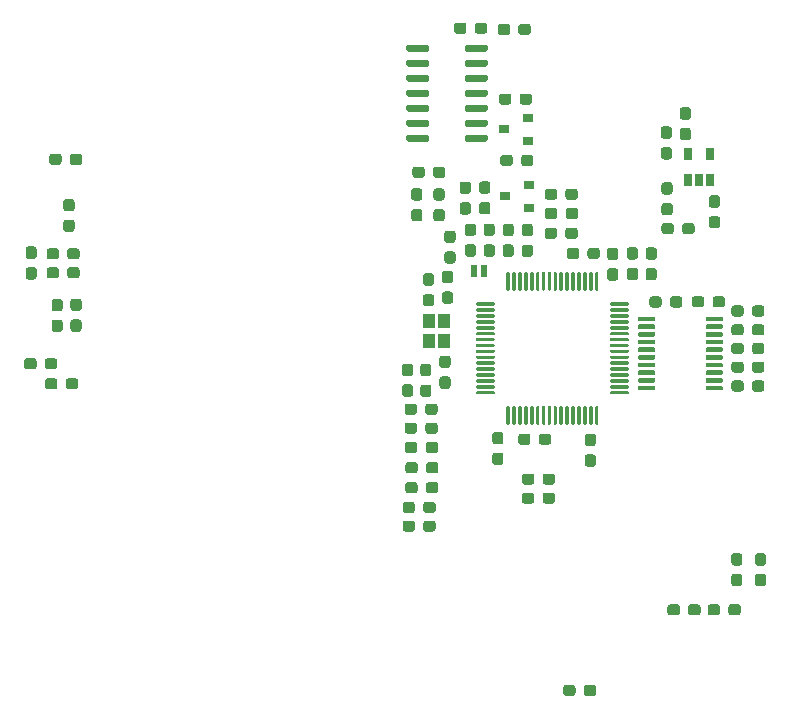
<source format=gtp>
%TF.GenerationSoftware,KiCad,Pcbnew,(5.1.6-0-10_14)*%
%TF.CreationDate,2022-07-24T23:06:08-05:00*%
%TF.ProjectId,spudglo_driver_v3p1,73707564-676c-46f5-9f64-72697665725f,rev?*%
%TF.SameCoordinates,Original*%
%TF.FileFunction,Paste,Top*%
%TF.FilePolarity,Positive*%
%FSLAX46Y46*%
G04 Gerber Fmt 4.6, Leading zero omitted, Abs format (unit mm)*
G04 Created by KiCad (PCBNEW (5.1.6-0-10_14)) date 2022-07-24 23:06:08*
%MOMM*%
%LPD*%
G01*
G04 APERTURE LIST*
%ADD10R,0.900000X0.800000*%
%ADD11R,0.650000X1.060000*%
%ADD12R,1.000000X1.200000*%
%ADD13R,0.575000X1.140000*%
G04 APERTURE END LIST*
%TO.C,R36*%
G36*
G01*
X192086800Y-122005300D02*
X192086800Y-121530300D01*
G75*
G02*
X192324300Y-121292800I237500J0D01*
G01*
X192899300Y-121292800D01*
G75*
G02*
X193136800Y-121530300I0J-237500D01*
G01*
X193136800Y-122005300D01*
G75*
G02*
X192899300Y-122242800I-237500J0D01*
G01*
X192324300Y-122242800D01*
G75*
G02*
X192086800Y-122005300I0J237500D01*
G01*
G37*
G36*
G01*
X193836800Y-122005300D02*
X193836800Y-121530300D01*
G75*
G02*
X194074300Y-121292800I237500J0D01*
G01*
X194649300Y-121292800D01*
G75*
G02*
X194886800Y-121530300I0J-237500D01*
G01*
X194886800Y-122005300D01*
G75*
G02*
X194649300Y-122242800I-237500J0D01*
G01*
X194074300Y-122242800D01*
G75*
G02*
X193836800Y-122005300I0J237500D01*
G01*
G37*
%TD*%
%TO.C,R32*%
G36*
G01*
X190433200Y-122018000D02*
X190433200Y-121543000D01*
G75*
G02*
X190670700Y-121305500I237500J0D01*
G01*
X191245700Y-121305500D01*
G75*
G02*
X191483200Y-121543000I0J-237500D01*
G01*
X191483200Y-122018000D01*
G75*
G02*
X191245700Y-122255500I-237500J0D01*
G01*
X190670700Y-122255500D01*
G75*
G02*
X190433200Y-122018000I0J237500D01*
G01*
G37*
G36*
G01*
X188683200Y-122018000D02*
X188683200Y-121543000D01*
G75*
G02*
X188920700Y-121305500I237500J0D01*
G01*
X189495700Y-121305500D01*
G75*
G02*
X189733200Y-121543000I0J-237500D01*
G01*
X189733200Y-122018000D01*
G75*
G02*
X189495700Y-122255500I-237500J0D01*
G01*
X188920700Y-122255500D01*
G75*
G02*
X188683200Y-122018000I0J237500D01*
G01*
G37*
%TD*%
%TO.C,R28*%
G36*
G01*
X178112900Y-110956300D02*
X178112900Y-110481300D01*
G75*
G02*
X178350400Y-110243800I237500J0D01*
G01*
X178925400Y-110243800D01*
G75*
G02*
X179162900Y-110481300I0J-237500D01*
G01*
X179162900Y-110956300D01*
G75*
G02*
X178925400Y-111193800I-237500J0D01*
G01*
X178350400Y-111193800D01*
G75*
G02*
X178112900Y-110956300I0J237500D01*
G01*
G37*
G36*
G01*
X176362900Y-110956300D02*
X176362900Y-110481300D01*
G75*
G02*
X176600400Y-110243800I237500J0D01*
G01*
X177175400Y-110243800D01*
G75*
G02*
X177412900Y-110481300I0J-237500D01*
G01*
X177412900Y-110956300D01*
G75*
G02*
X177175400Y-111193800I-237500J0D01*
G01*
X176600400Y-111193800D01*
G75*
G02*
X176362900Y-110956300I0J237500D01*
G01*
G37*
%TD*%
%TO.C,R27*%
G36*
G01*
X179151500Y-112081500D02*
X179151500Y-112556500D01*
G75*
G02*
X178914000Y-112794000I-237500J0D01*
G01*
X178339000Y-112794000D01*
G75*
G02*
X178101500Y-112556500I0J237500D01*
G01*
X178101500Y-112081500D01*
G75*
G02*
X178339000Y-111844000I237500J0D01*
G01*
X178914000Y-111844000D01*
G75*
G02*
X179151500Y-112081500I0J-237500D01*
G01*
G37*
G36*
G01*
X177401500Y-112081500D02*
X177401500Y-112556500D01*
G75*
G02*
X177164000Y-112794000I-237500J0D01*
G01*
X176589000Y-112794000D01*
G75*
G02*
X176351500Y-112556500I0J237500D01*
G01*
X176351500Y-112081500D01*
G75*
G02*
X176589000Y-111844000I237500J0D01*
G01*
X177164000Y-111844000D01*
G75*
G02*
X177401500Y-112081500I0J-237500D01*
G01*
G37*
%TD*%
%TO.C,C21*%
G36*
G01*
X180896000Y-128360500D02*
X180896000Y-128835500D01*
G75*
G02*
X180658500Y-129073000I-237500J0D01*
G01*
X180083500Y-129073000D01*
G75*
G02*
X179846000Y-128835500I0J237500D01*
G01*
X179846000Y-128360500D01*
G75*
G02*
X180083500Y-128123000I237500J0D01*
G01*
X180658500Y-128123000D01*
G75*
G02*
X180896000Y-128360500I0J-237500D01*
G01*
G37*
G36*
G01*
X182646000Y-128360500D02*
X182646000Y-128835500D01*
G75*
G02*
X182408500Y-129073000I-237500J0D01*
G01*
X181833500Y-129073000D01*
G75*
G02*
X181596000Y-128835500I0J237500D01*
G01*
X181596000Y-128360500D01*
G75*
G02*
X181833500Y-128123000I237500J0D01*
G01*
X182408500Y-128123000D01*
G75*
G02*
X182646000Y-128360500I0J-237500D01*
G01*
G37*
%TD*%
D10*
%TO.C,Q1*%
X176873740Y-82045660D03*
X176873740Y-80145660D03*
X174873740Y-81095660D03*
%TD*%
%TO.C,C15*%
G36*
G01*
X187065500Y-92839000D02*
X187540500Y-92839000D01*
G75*
G02*
X187778000Y-93076500I0J-237500D01*
G01*
X187778000Y-93651500D01*
G75*
G02*
X187540500Y-93889000I-237500J0D01*
G01*
X187065500Y-93889000D01*
G75*
G02*
X186828000Y-93651500I0J237500D01*
G01*
X186828000Y-93076500D01*
G75*
G02*
X187065500Y-92839000I237500J0D01*
G01*
G37*
G36*
G01*
X187065500Y-91089000D02*
X187540500Y-91089000D01*
G75*
G02*
X187778000Y-91326500I0J-237500D01*
G01*
X187778000Y-91901500D01*
G75*
G02*
X187540500Y-92139000I-237500J0D01*
G01*
X187065500Y-92139000D01*
G75*
G02*
X186828000Y-91901500I0J237500D01*
G01*
X186828000Y-91326500D01*
G75*
G02*
X187065500Y-91089000I237500J0D01*
G01*
G37*
%TD*%
%TO.C,C13*%
G36*
G01*
X190437500Y-82025000D02*
X189962500Y-82025000D01*
G75*
G02*
X189725000Y-81787500I0J237500D01*
G01*
X189725000Y-81212500D01*
G75*
G02*
X189962500Y-80975000I237500J0D01*
G01*
X190437500Y-80975000D01*
G75*
G02*
X190675000Y-81212500I0J-237500D01*
G01*
X190675000Y-81787500D01*
G75*
G02*
X190437500Y-82025000I-237500J0D01*
G01*
G37*
G36*
G01*
X190437500Y-80275000D02*
X189962500Y-80275000D01*
G75*
G02*
X189725000Y-80037500I0J237500D01*
G01*
X189725000Y-79462500D01*
G75*
G02*
X189962500Y-79225000I237500J0D01*
G01*
X190437500Y-79225000D01*
G75*
G02*
X190675000Y-79462500I0J-237500D01*
G01*
X190675000Y-80037500D01*
G75*
G02*
X190437500Y-80275000I-237500J0D01*
G01*
G37*
%TD*%
%TO.C,C12*%
G36*
G01*
X177057500Y-90150000D02*
X176582500Y-90150000D01*
G75*
G02*
X176345000Y-89912500I0J237500D01*
G01*
X176345000Y-89337500D01*
G75*
G02*
X176582500Y-89100000I237500J0D01*
G01*
X177057500Y-89100000D01*
G75*
G02*
X177295000Y-89337500I0J-237500D01*
G01*
X177295000Y-89912500D01*
G75*
G02*
X177057500Y-90150000I-237500J0D01*
G01*
G37*
G36*
G01*
X177057500Y-91900000D02*
X176582500Y-91900000D01*
G75*
G02*
X176345000Y-91662500I0J237500D01*
G01*
X176345000Y-91087500D01*
G75*
G02*
X176582500Y-90850000I237500J0D01*
G01*
X177057500Y-90850000D01*
G75*
G02*
X177295000Y-91087500I0J-237500D01*
G01*
X177295000Y-91662500D01*
G75*
G02*
X177057500Y-91900000I-237500J0D01*
G01*
G37*
%TD*%
%TO.C,C11*%
G36*
G01*
X174082500Y-106725000D02*
X174557500Y-106725000D01*
G75*
G02*
X174795000Y-106962500I0J-237500D01*
G01*
X174795000Y-107537500D01*
G75*
G02*
X174557500Y-107775000I-237500J0D01*
G01*
X174082500Y-107775000D01*
G75*
G02*
X173845000Y-107537500I0J237500D01*
G01*
X173845000Y-106962500D01*
G75*
G02*
X174082500Y-106725000I237500J0D01*
G01*
G37*
G36*
G01*
X174082500Y-108475000D02*
X174557500Y-108475000D01*
G75*
G02*
X174795000Y-108712500I0J-237500D01*
G01*
X174795000Y-109287500D01*
G75*
G02*
X174557500Y-109525000I-237500J0D01*
G01*
X174082500Y-109525000D01*
G75*
G02*
X173845000Y-109287500I0J237500D01*
G01*
X173845000Y-108712500D01*
G75*
G02*
X174082500Y-108475000I237500J0D01*
G01*
G37*
%TD*%
%TO.C,C14*%
G36*
G01*
X192422500Y-86685000D02*
X192897500Y-86685000D01*
G75*
G02*
X193135000Y-86922500I0J-237500D01*
G01*
X193135000Y-87497500D01*
G75*
G02*
X192897500Y-87735000I-237500J0D01*
G01*
X192422500Y-87735000D01*
G75*
G02*
X192185000Y-87497500I0J237500D01*
G01*
X192185000Y-86922500D01*
G75*
G02*
X192422500Y-86685000I237500J0D01*
G01*
G37*
G36*
G01*
X192422500Y-88435000D02*
X192897500Y-88435000D01*
G75*
G02*
X193135000Y-88672500I0J-237500D01*
G01*
X193135000Y-89247500D01*
G75*
G02*
X192897500Y-89485000I-237500J0D01*
G01*
X192422500Y-89485000D01*
G75*
G02*
X192185000Y-89247500I0J237500D01*
G01*
X192185000Y-88672500D01*
G75*
G02*
X192422500Y-88435000I237500J0D01*
G01*
G37*
%TD*%
%TO.C,C10*%
G36*
G01*
X181915500Y-108618000D02*
X182390500Y-108618000D01*
G75*
G02*
X182628000Y-108855500I0J-237500D01*
G01*
X182628000Y-109430500D01*
G75*
G02*
X182390500Y-109668000I-237500J0D01*
G01*
X181915500Y-109668000D01*
G75*
G02*
X181678000Y-109430500I0J237500D01*
G01*
X181678000Y-108855500D01*
G75*
G02*
X181915500Y-108618000I237500J0D01*
G01*
G37*
G36*
G01*
X181915500Y-106868000D02*
X182390500Y-106868000D01*
G75*
G02*
X182628000Y-107105500I0J-237500D01*
G01*
X182628000Y-107680500D01*
G75*
G02*
X182390500Y-107918000I-237500J0D01*
G01*
X181915500Y-107918000D01*
G75*
G02*
X181678000Y-107680500I0J237500D01*
G01*
X181678000Y-107105500D01*
G75*
G02*
X181915500Y-106868000I237500J0D01*
G01*
G37*
%TD*%
%TO.C,C17*%
G36*
G01*
X188412500Y-87320000D02*
X188887500Y-87320000D01*
G75*
G02*
X189125000Y-87557500I0J-237500D01*
G01*
X189125000Y-88132500D01*
G75*
G02*
X188887500Y-88370000I-237500J0D01*
G01*
X188412500Y-88370000D01*
G75*
G02*
X188175000Y-88132500I0J237500D01*
G01*
X188175000Y-87557500D01*
G75*
G02*
X188412500Y-87320000I237500J0D01*
G01*
G37*
G36*
G01*
X188412500Y-85570000D02*
X188887500Y-85570000D01*
G75*
G02*
X189125000Y-85807500I0J-237500D01*
G01*
X189125000Y-86382500D01*
G75*
G02*
X188887500Y-86620000I-237500J0D01*
G01*
X188412500Y-86620000D01*
G75*
G02*
X188175000Y-86382500I0J237500D01*
G01*
X188175000Y-85807500D01*
G75*
G02*
X188412500Y-85570000I237500J0D01*
G01*
G37*
%TD*%
%TO.C,C3*%
G36*
G01*
X172237500Y-90125000D02*
X171762500Y-90125000D01*
G75*
G02*
X171525000Y-89887500I0J237500D01*
G01*
X171525000Y-89312500D01*
G75*
G02*
X171762500Y-89075000I237500J0D01*
G01*
X172237500Y-89075000D01*
G75*
G02*
X172475000Y-89312500I0J-237500D01*
G01*
X172475000Y-89887500D01*
G75*
G02*
X172237500Y-90125000I-237500J0D01*
G01*
G37*
G36*
G01*
X172237500Y-91875000D02*
X171762500Y-91875000D01*
G75*
G02*
X171525000Y-91637500I0J237500D01*
G01*
X171525000Y-91062500D01*
G75*
G02*
X171762500Y-90825000I237500J0D01*
G01*
X172237500Y-90825000D01*
G75*
G02*
X172475000Y-91062500I0J-237500D01*
G01*
X172475000Y-91637500D01*
G75*
G02*
X172237500Y-91875000I-237500J0D01*
G01*
G37*
%TD*%
%TO.C,C4*%
G36*
G01*
X173827500Y-91885001D02*
X173352500Y-91885001D01*
G75*
G02*
X173115000Y-91647501I0J237500D01*
G01*
X173115000Y-91072501D01*
G75*
G02*
X173352500Y-90835001I237500J0D01*
G01*
X173827500Y-90835001D01*
G75*
G02*
X174065000Y-91072501I0J-237500D01*
G01*
X174065000Y-91647501D01*
G75*
G02*
X173827500Y-91885001I-237500J0D01*
G01*
G37*
G36*
G01*
X173827500Y-90135001D02*
X173352500Y-90135001D01*
G75*
G02*
X173115000Y-89897501I0J237500D01*
G01*
X173115000Y-89322501D01*
G75*
G02*
X173352500Y-89085001I237500J0D01*
G01*
X173827500Y-89085001D01*
G75*
G02*
X174065000Y-89322501I0J-237500D01*
G01*
X174065000Y-89897501D01*
G75*
G02*
X173827500Y-90135001I-237500J0D01*
G01*
G37*
%TD*%
%TO.C,C7*%
G36*
G01*
X190747000Y-95936500D02*
X190747000Y-95461500D01*
G75*
G02*
X190984500Y-95224000I237500J0D01*
G01*
X191559500Y-95224000D01*
G75*
G02*
X191797000Y-95461500I0J-237500D01*
G01*
X191797000Y-95936500D01*
G75*
G02*
X191559500Y-96174000I-237500J0D01*
G01*
X190984500Y-96174000D01*
G75*
G02*
X190747000Y-95936500I0J237500D01*
G01*
G37*
G36*
G01*
X192497000Y-95936500D02*
X192497000Y-95461500D01*
G75*
G02*
X192734500Y-95224000I237500J0D01*
G01*
X193309500Y-95224000D01*
G75*
G02*
X193547000Y-95461500I0J-237500D01*
G01*
X193547000Y-95936500D01*
G75*
G02*
X193309500Y-96174000I-237500J0D01*
G01*
X192734500Y-96174000D01*
G75*
G02*
X192497000Y-95936500I0J237500D01*
G01*
G37*
%TD*%
%TO.C,C6*%
G36*
G01*
X170503620Y-90719360D02*
X170028620Y-90719360D01*
G75*
G02*
X169791120Y-90481860I0J237500D01*
G01*
X169791120Y-89906860D01*
G75*
G02*
X170028620Y-89669360I237500J0D01*
G01*
X170503620Y-89669360D01*
G75*
G02*
X170741120Y-89906860I0J-237500D01*
G01*
X170741120Y-90481860D01*
G75*
G02*
X170503620Y-90719360I-237500J0D01*
G01*
G37*
G36*
G01*
X170503620Y-92469360D02*
X170028620Y-92469360D01*
G75*
G02*
X169791120Y-92231860I0J237500D01*
G01*
X169791120Y-91656860D01*
G75*
G02*
X170028620Y-91419360I237500J0D01*
G01*
X170503620Y-91419360D01*
G75*
G02*
X170741120Y-91656860I0J-237500D01*
G01*
X170741120Y-92231860D01*
G75*
G02*
X170503620Y-92469360I-237500J0D01*
G01*
G37*
%TD*%
%TO.C,C8*%
G36*
G01*
X175427500Y-90145000D02*
X174952500Y-90145000D01*
G75*
G02*
X174715000Y-89907500I0J237500D01*
G01*
X174715000Y-89332500D01*
G75*
G02*
X174952500Y-89095000I237500J0D01*
G01*
X175427500Y-89095000D01*
G75*
G02*
X175665000Y-89332500I0J-237500D01*
G01*
X175665000Y-89907500D01*
G75*
G02*
X175427500Y-90145000I-237500J0D01*
G01*
G37*
G36*
G01*
X175427500Y-91895000D02*
X174952500Y-91895000D01*
G75*
G02*
X174715000Y-91657500I0J237500D01*
G01*
X174715000Y-91082500D01*
G75*
G02*
X174952500Y-90845000I237500J0D01*
G01*
X175427500Y-90845000D01*
G75*
G02*
X175665000Y-91082500I0J-237500D01*
G01*
X175665000Y-91657500D01*
G75*
G02*
X175427500Y-91895000I-237500J0D01*
G01*
G37*
%TD*%
%TO.C,R20*%
G36*
G01*
X171805840Y-88314161D02*
X171330840Y-88314161D01*
G75*
G02*
X171093340Y-88076661I0J237500D01*
G01*
X171093340Y-87501661D01*
G75*
G02*
X171330840Y-87264161I237500J0D01*
G01*
X171805840Y-87264161D01*
G75*
G02*
X172043340Y-87501661I0J-237500D01*
G01*
X172043340Y-88076661D01*
G75*
G02*
X171805840Y-88314161I-237500J0D01*
G01*
G37*
G36*
G01*
X171805840Y-86564161D02*
X171330840Y-86564161D01*
G75*
G02*
X171093340Y-86326661I0J237500D01*
G01*
X171093340Y-85751661D01*
G75*
G02*
X171330840Y-85514161I237500J0D01*
G01*
X171805840Y-85514161D01*
G75*
G02*
X172043340Y-85751661I0J-237500D01*
G01*
X172043340Y-86326661D01*
G75*
G02*
X171805840Y-86564161I-237500J0D01*
G01*
G37*
%TD*%
%TO.C,R29*%
G36*
G01*
X136110000Y-91877500D02*
X136110000Y-91402500D01*
G75*
G02*
X136347500Y-91165000I237500J0D01*
G01*
X136922500Y-91165000D01*
G75*
G02*
X137160000Y-91402500I0J-237500D01*
G01*
X137160000Y-91877500D01*
G75*
G02*
X136922500Y-92115000I-237500J0D01*
G01*
X136347500Y-92115000D01*
G75*
G02*
X136110000Y-91877500I0J237500D01*
G01*
G37*
G36*
G01*
X137860000Y-91877500D02*
X137860000Y-91402500D01*
G75*
G02*
X138097500Y-91165000I237500J0D01*
G01*
X138672500Y-91165000D01*
G75*
G02*
X138910000Y-91402500I0J-237500D01*
G01*
X138910000Y-91877500D01*
G75*
G02*
X138672500Y-92115000I-237500J0D01*
G01*
X138097500Y-92115000D01*
G75*
G02*
X137860000Y-91877500I0J237500D01*
G01*
G37*
%TD*%
%TO.C,R24*%
G36*
G01*
X195143000Y-102595500D02*
X195143000Y-103070500D01*
G75*
G02*
X194905500Y-103308000I-237500J0D01*
G01*
X194330500Y-103308000D01*
G75*
G02*
X194093000Y-103070500I0J237500D01*
G01*
X194093000Y-102595500D01*
G75*
G02*
X194330500Y-102358000I237500J0D01*
G01*
X194905500Y-102358000D01*
G75*
G02*
X195143000Y-102595500I0J-237500D01*
G01*
G37*
G36*
G01*
X196893000Y-102595500D02*
X196893000Y-103070500D01*
G75*
G02*
X196655500Y-103308000I-237500J0D01*
G01*
X196080500Y-103308000D01*
G75*
G02*
X195843000Y-103070500I0J237500D01*
G01*
X195843000Y-102595500D01*
G75*
G02*
X196080500Y-102358000I237500J0D01*
G01*
X196655500Y-102358000D01*
G75*
G02*
X196893000Y-102595500I0J-237500D01*
G01*
G37*
%TD*%
%TO.C,R8*%
G36*
G01*
X188352500Y-80850001D02*
X188827500Y-80850001D01*
G75*
G02*
X189065000Y-81087501I0J-237500D01*
G01*
X189065000Y-81662501D01*
G75*
G02*
X188827500Y-81900001I-237500J0D01*
G01*
X188352500Y-81900001D01*
G75*
G02*
X188115000Y-81662501I0J237500D01*
G01*
X188115000Y-81087501D01*
G75*
G02*
X188352500Y-80850001I237500J0D01*
G01*
G37*
G36*
G01*
X188352500Y-82600001D02*
X188827500Y-82600001D01*
G75*
G02*
X189065000Y-82837501I0J-237500D01*
G01*
X189065000Y-83412501D01*
G75*
G02*
X188827500Y-83650001I-237500J0D01*
G01*
X188352500Y-83650001D01*
G75*
G02*
X188115000Y-83412501I0J237500D01*
G01*
X188115000Y-82837501D01*
G75*
G02*
X188352500Y-82600001I237500J0D01*
G01*
G37*
%TD*%
%TO.C,C9*%
G36*
G01*
X176035000Y-107577500D02*
X176035000Y-107102500D01*
G75*
G02*
X176272500Y-106865000I237500J0D01*
G01*
X176847500Y-106865000D01*
G75*
G02*
X177085000Y-107102500I0J-237500D01*
G01*
X177085000Y-107577500D01*
G75*
G02*
X176847500Y-107815000I-237500J0D01*
G01*
X176272500Y-107815000D01*
G75*
G02*
X176035000Y-107577500I0J237500D01*
G01*
G37*
G36*
G01*
X177785000Y-107577500D02*
X177785000Y-107102500D01*
G75*
G02*
X178022500Y-106865000I237500J0D01*
G01*
X178597500Y-106865000D01*
G75*
G02*
X178835000Y-107102500I0J-237500D01*
G01*
X178835000Y-107577500D01*
G75*
G02*
X178597500Y-107815000I-237500J0D01*
G01*
X178022500Y-107815000D01*
G75*
G02*
X177785000Y-107577500I0J237500D01*
G01*
G37*
%TD*%
%TO.C,R9*%
G36*
G01*
X180057900Y-88460139D02*
X180057900Y-87985139D01*
G75*
G02*
X180295400Y-87747639I237500J0D01*
G01*
X180870400Y-87747639D01*
G75*
G02*
X181107900Y-87985139I0J-237500D01*
G01*
X181107900Y-88460139D01*
G75*
G02*
X180870400Y-88697639I-237500J0D01*
G01*
X180295400Y-88697639D01*
G75*
G02*
X180057900Y-88460139I0J237500D01*
G01*
G37*
G36*
G01*
X178307900Y-88460139D02*
X178307900Y-87985139D01*
G75*
G02*
X178545400Y-87747639I237500J0D01*
G01*
X179120400Y-87747639D01*
G75*
G02*
X179357900Y-87985139I0J-237500D01*
G01*
X179357900Y-88460139D01*
G75*
G02*
X179120400Y-88697639I-237500J0D01*
G01*
X178545400Y-88697639D01*
G75*
G02*
X178307900Y-88460139I0J237500D01*
G01*
G37*
%TD*%
%TO.C,R15*%
G36*
G01*
X169234100Y-106163300D02*
X169234100Y-106638300D01*
G75*
G02*
X168996600Y-106875800I-237500J0D01*
G01*
X168421600Y-106875800D01*
G75*
G02*
X168184100Y-106638300I0J237500D01*
G01*
X168184100Y-106163300D01*
G75*
G02*
X168421600Y-105925800I237500J0D01*
G01*
X168996600Y-105925800D01*
G75*
G02*
X169234100Y-106163300I0J-237500D01*
G01*
G37*
G36*
G01*
X167484100Y-106163300D02*
X167484100Y-106638300D01*
G75*
G02*
X167246600Y-106875800I-237500J0D01*
G01*
X166671600Y-106875800D01*
G75*
G02*
X166434100Y-106638300I0J237500D01*
G01*
X166434100Y-106163300D01*
G75*
G02*
X166671600Y-105925800I237500J0D01*
G01*
X167246600Y-105925800D01*
G75*
G02*
X167484100Y-106163300I0J-237500D01*
G01*
G37*
%TD*%
D11*
%TO.C,U3*%
X190410000Y-83160000D03*
X192310000Y-83160000D03*
X192310000Y-85360000D03*
X191360000Y-85360000D03*
X190410000Y-85360000D03*
%TD*%
%TO.C,R26*%
G36*
G01*
X196895000Y-100990500D02*
X196895000Y-101465500D01*
G75*
G02*
X196657500Y-101703000I-237500J0D01*
G01*
X196082500Y-101703000D01*
G75*
G02*
X195845000Y-101465500I0J237500D01*
G01*
X195845000Y-100990500D01*
G75*
G02*
X196082500Y-100753000I237500J0D01*
G01*
X196657500Y-100753000D01*
G75*
G02*
X196895000Y-100990500I0J-237500D01*
G01*
G37*
G36*
G01*
X195145000Y-100990500D02*
X195145000Y-101465500D01*
G75*
G02*
X194907500Y-101703000I-237500J0D01*
G01*
X194332500Y-101703000D01*
G75*
G02*
X194095000Y-101465500I0J237500D01*
G01*
X194095000Y-100990500D01*
G75*
G02*
X194332500Y-100753000I237500J0D01*
G01*
X194907500Y-100753000D01*
G75*
G02*
X195145000Y-100990500I0J-237500D01*
G01*
G37*
%TD*%
%TO.C,R25*%
G36*
G01*
X195141000Y-99413500D02*
X195141000Y-99888500D01*
G75*
G02*
X194903500Y-100126000I-237500J0D01*
G01*
X194328500Y-100126000D01*
G75*
G02*
X194091000Y-99888500I0J237500D01*
G01*
X194091000Y-99413500D01*
G75*
G02*
X194328500Y-99176000I237500J0D01*
G01*
X194903500Y-99176000D01*
G75*
G02*
X195141000Y-99413500I0J-237500D01*
G01*
G37*
G36*
G01*
X196891000Y-99413500D02*
X196891000Y-99888500D01*
G75*
G02*
X196653500Y-100126000I-237500J0D01*
G01*
X196078500Y-100126000D01*
G75*
G02*
X195841000Y-99888500I0J237500D01*
G01*
X195841000Y-99413500D01*
G75*
G02*
X196078500Y-99176000I237500J0D01*
G01*
X196653500Y-99176000D01*
G75*
G02*
X196891000Y-99413500I0J-237500D01*
G01*
G37*
%TD*%
%TO.C,R19*%
G36*
G01*
X176285400Y-83968800D02*
X176285400Y-83493800D01*
G75*
G02*
X176522900Y-83256300I237500J0D01*
G01*
X177097900Y-83256300D01*
G75*
G02*
X177335400Y-83493800I0J-237500D01*
G01*
X177335400Y-83968800D01*
G75*
G02*
X177097900Y-84206300I-237500J0D01*
G01*
X176522900Y-84206300D01*
G75*
G02*
X176285400Y-83968800I0J237500D01*
G01*
G37*
G36*
G01*
X174535400Y-83968800D02*
X174535400Y-83493800D01*
G75*
G02*
X174772900Y-83256300I237500J0D01*
G01*
X175347900Y-83256300D01*
G75*
G02*
X175585400Y-83493800I0J-237500D01*
G01*
X175585400Y-83968800D01*
G75*
G02*
X175347900Y-84206300I-237500J0D01*
G01*
X174772900Y-84206300D01*
G75*
G02*
X174535400Y-83968800I0J237500D01*
G01*
G37*
%TD*%
%TO.C,C19*%
G36*
G01*
X173410000Y-72302500D02*
X173410000Y-72777500D01*
G75*
G02*
X173172500Y-73015000I-237500J0D01*
G01*
X172597500Y-73015000D01*
G75*
G02*
X172360000Y-72777500I0J237500D01*
G01*
X172360000Y-72302500D01*
G75*
G02*
X172597500Y-72065000I237500J0D01*
G01*
X173172500Y-72065000D01*
G75*
G02*
X173410000Y-72302500I0J-237500D01*
G01*
G37*
G36*
G01*
X171660000Y-72302500D02*
X171660000Y-72777500D01*
G75*
G02*
X171422500Y-73015000I-237500J0D01*
G01*
X170847500Y-73015000D01*
G75*
G02*
X170610000Y-72777500I0J237500D01*
G01*
X170610000Y-72302500D01*
G75*
G02*
X170847500Y-72065000I237500J0D01*
G01*
X171422500Y-72065000D01*
G75*
G02*
X171660000Y-72302500I0J-237500D01*
G01*
G37*
%TD*%
%TO.C,R14*%
G36*
G01*
X168208200Y-108271000D02*
X168208200Y-107796000D01*
G75*
G02*
X168445700Y-107558500I237500J0D01*
G01*
X169020700Y-107558500D01*
G75*
G02*
X169258200Y-107796000I0J-237500D01*
G01*
X169258200Y-108271000D01*
G75*
G02*
X169020700Y-108508500I-237500J0D01*
G01*
X168445700Y-108508500D01*
G75*
G02*
X168208200Y-108271000I0J237500D01*
G01*
G37*
G36*
G01*
X166458200Y-108271000D02*
X166458200Y-107796000D01*
G75*
G02*
X166695700Y-107558500I237500J0D01*
G01*
X167270700Y-107558500D01*
G75*
G02*
X167508200Y-107796000I0J-237500D01*
G01*
X167508200Y-108271000D01*
G75*
G02*
X167270700Y-108508500I-237500J0D01*
G01*
X166695700Y-108508500D01*
G75*
G02*
X166458200Y-108271000I0J237500D01*
G01*
G37*
%TD*%
%TO.C,R16*%
G36*
G01*
X166493200Y-109981000D02*
X166493200Y-109506000D01*
G75*
G02*
X166730700Y-109268500I237500J0D01*
G01*
X167305700Y-109268500D01*
G75*
G02*
X167543200Y-109506000I0J-237500D01*
G01*
X167543200Y-109981000D01*
G75*
G02*
X167305700Y-110218500I-237500J0D01*
G01*
X166730700Y-110218500D01*
G75*
G02*
X166493200Y-109981000I0J237500D01*
G01*
G37*
G36*
G01*
X168243200Y-109981000D02*
X168243200Y-109506000D01*
G75*
G02*
X168480700Y-109268500I237500J0D01*
G01*
X169055700Y-109268500D01*
G75*
G02*
X169293200Y-109506000I0J-237500D01*
G01*
X169293200Y-109981000D01*
G75*
G02*
X169055700Y-110218500I-237500J0D01*
G01*
X168480700Y-110218500D01*
G75*
G02*
X168243200Y-109981000I0J237500D01*
G01*
G37*
%TD*%
%TO.C,C18*%
G36*
G01*
X168003000Y-114929500D02*
X168003000Y-114454500D01*
G75*
G02*
X168240500Y-114217000I237500J0D01*
G01*
X168815500Y-114217000D01*
G75*
G02*
X169053000Y-114454500I0J-237500D01*
G01*
X169053000Y-114929500D01*
G75*
G02*
X168815500Y-115167000I-237500J0D01*
G01*
X168240500Y-115167000D01*
G75*
G02*
X168003000Y-114929500I0J237500D01*
G01*
G37*
G36*
G01*
X166253000Y-114929500D02*
X166253000Y-114454500D01*
G75*
G02*
X166490500Y-114217000I237500J0D01*
G01*
X167065500Y-114217000D01*
G75*
G02*
X167303000Y-114454500I0J-237500D01*
G01*
X167303000Y-114929500D01*
G75*
G02*
X167065500Y-115167000I-237500J0D01*
G01*
X166490500Y-115167000D01*
G75*
G02*
X166253000Y-114929500I0J237500D01*
G01*
G37*
%TD*%
%TO.C,R38*%
G36*
G01*
X194792500Y-119778000D02*
X194317500Y-119778000D01*
G75*
G02*
X194080000Y-119540500I0J237500D01*
G01*
X194080000Y-118965500D01*
G75*
G02*
X194317500Y-118728000I237500J0D01*
G01*
X194792500Y-118728000D01*
G75*
G02*
X195030000Y-118965500I0J-237500D01*
G01*
X195030000Y-119540500D01*
G75*
G02*
X194792500Y-119778000I-237500J0D01*
G01*
G37*
G36*
G01*
X194792500Y-118028000D02*
X194317500Y-118028000D01*
G75*
G02*
X194080000Y-117790500I0J237500D01*
G01*
X194080000Y-117215500D01*
G75*
G02*
X194317500Y-116978000I237500J0D01*
G01*
X194792500Y-116978000D01*
G75*
G02*
X195030000Y-117215500I0J-237500D01*
G01*
X195030000Y-117790500D01*
G75*
G02*
X194792500Y-118028000I-237500J0D01*
G01*
G37*
%TD*%
%TO.C,R37*%
G36*
G01*
X196795500Y-118033000D02*
X196320500Y-118033000D01*
G75*
G02*
X196083000Y-117795500I0J237500D01*
G01*
X196083000Y-117220500D01*
G75*
G02*
X196320500Y-116983000I237500J0D01*
G01*
X196795500Y-116983000D01*
G75*
G02*
X197033000Y-117220500I0J-237500D01*
G01*
X197033000Y-117795500D01*
G75*
G02*
X196795500Y-118033000I-237500J0D01*
G01*
G37*
G36*
G01*
X196795500Y-119783000D02*
X196320500Y-119783000D01*
G75*
G02*
X196083000Y-119545500I0J237500D01*
G01*
X196083000Y-118970500D01*
G75*
G02*
X196320500Y-118733000I237500J0D01*
G01*
X196795500Y-118733000D01*
G75*
G02*
X197033000Y-118970500I0J-237500D01*
G01*
X197033000Y-119545500D01*
G75*
G02*
X196795500Y-119783000I-237500J0D01*
G01*
G37*
%TD*%
D12*
%TO.C,U4*%
X168490000Y-99030000D03*
X168490000Y-97330000D03*
X169790000Y-97330000D03*
X169790000Y-99030000D03*
%TD*%
D13*
%TO.C,U6*%
X173152500Y-93110000D03*
X172327500Y-93110000D03*
%TD*%
%TO.C,U1*%
G36*
G01*
X191902000Y-97257001D02*
X191902000Y-97057001D01*
G75*
G02*
X192002000Y-96957001I100000J0D01*
G01*
X193277000Y-96957001D01*
G75*
G02*
X193377000Y-97057001I0J-100000D01*
G01*
X193377000Y-97257001D01*
G75*
G02*
X193277000Y-97357001I-100000J0D01*
G01*
X192002000Y-97357001D01*
G75*
G02*
X191902000Y-97257001I0J100000D01*
G01*
G37*
G36*
G01*
X191902000Y-97907001D02*
X191902000Y-97707001D01*
G75*
G02*
X192002000Y-97607001I100000J0D01*
G01*
X193277000Y-97607001D01*
G75*
G02*
X193377000Y-97707001I0J-100000D01*
G01*
X193377000Y-97907001D01*
G75*
G02*
X193277000Y-98007001I-100000J0D01*
G01*
X192002000Y-98007001D01*
G75*
G02*
X191902000Y-97907001I0J100000D01*
G01*
G37*
G36*
G01*
X191902000Y-98557001D02*
X191902000Y-98357001D01*
G75*
G02*
X192002000Y-98257001I100000J0D01*
G01*
X193277000Y-98257001D01*
G75*
G02*
X193377000Y-98357001I0J-100000D01*
G01*
X193377000Y-98557001D01*
G75*
G02*
X193277000Y-98657001I-100000J0D01*
G01*
X192002000Y-98657001D01*
G75*
G02*
X191902000Y-98557001I0J100000D01*
G01*
G37*
G36*
G01*
X191902000Y-99207001D02*
X191902000Y-99007001D01*
G75*
G02*
X192002000Y-98907001I100000J0D01*
G01*
X193277000Y-98907001D01*
G75*
G02*
X193377000Y-99007001I0J-100000D01*
G01*
X193377000Y-99207001D01*
G75*
G02*
X193277000Y-99307001I-100000J0D01*
G01*
X192002000Y-99307001D01*
G75*
G02*
X191902000Y-99207001I0J100000D01*
G01*
G37*
G36*
G01*
X191902000Y-99857001D02*
X191902000Y-99657001D01*
G75*
G02*
X192002000Y-99557001I100000J0D01*
G01*
X193277000Y-99557001D01*
G75*
G02*
X193377000Y-99657001I0J-100000D01*
G01*
X193377000Y-99857001D01*
G75*
G02*
X193277000Y-99957001I-100000J0D01*
G01*
X192002000Y-99957001D01*
G75*
G02*
X191902000Y-99857001I0J100000D01*
G01*
G37*
G36*
G01*
X191902000Y-100507001D02*
X191902000Y-100307001D01*
G75*
G02*
X192002000Y-100207001I100000J0D01*
G01*
X193277000Y-100207001D01*
G75*
G02*
X193377000Y-100307001I0J-100000D01*
G01*
X193377000Y-100507001D01*
G75*
G02*
X193277000Y-100607001I-100000J0D01*
G01*
X192002000Y-100607001D01*
G75*
G02*
X191902000Y-100507001I0J100000D01*
G01*
G37*
G36*
G01*
X191902000Y-101157001D02*
X191902000Y-100957001D01*
G75*
G02*
X192002000Y-100857001I100000J0D01*
G01*
X193277000Y-100857001D01*
G75*
G02*
X193377000Y-100957001I0J-100000D01*
G01*
X193377000Y-101157001D01*
G75*
G02*
X193277000Y-101257001I-100000J0D01*
G01*
X192002000Y-101257001D01*
G75*
G02*
X191902000Y-101157001I0J100000D01*
G01*
G37*
G36*
G01*
X191902000Y-101807001D02*
X191902000Y-101607001D01*
G75*
G02*
X192002000Y-101507001I100000J0D01*
G01*
X193277000Y-101507001D01*
G75*
G02*
X193377000Y-101607001I0J-100000D01*
G01*
X193377000Y-101807001D01*
G75*
G02*
X193277000Y-101907001I-100000J0D01*
G01*
X192002000Y-101907001D01*
G75*
G02*
X191902000Y-101807001I0J100000D01*
G01*
G37*
G36*
G01*
X191902000Y-102457001D02*
X191902000Y-102257001D01*
G75*
G02*
X192002000Y-102157001I100000J0D01*
G01*
X193277000Y-102157001D01*
G75*
G02*
X193377000Y-102257001I0J-100000D01*
G01*
X193377000Y-102457001D01*
G75*
G02*
X193277000Y-102557001I-100000J0D01*
G01*
X192002000Y-102557001D01*
G75*
G02*
X191902000Y-102457001I0J100000D01*
G01*
G37*
G36*
G01*
X191902000Y-103107001D02*
X191902000Y-102907001D01*
G75*
G02*
X192002000Y-102807001I100000J0D01*
G01*
X193277000Y-102807001D01*
G75*
G02*
X193377000Y-102907001I0J-100000D01*
G01*
X193377000Y-103107001D01*
G75*
G02*
X193277000Y-103207001I-100000J0D01*
G01*
X192002000Y-103207001D01*
G75*
G02*
X191902000Y-103107001I0J100000D01*
G01*
G37*
G36*
G01*
X186177000Y-103107001D02*
X186177000Y-102907001D01*
G75*
G02*
X186277000Y-102807001I100000J0D01*
G01*
X187552000Y-102807001D01*
G75*
G02*
X187652000Y-102907001I0J-100000D01*
G01*
X187652000Y-103107001D01*
G75*
G02*
X187552000Y-103207001I-100000J0D01*
G01*
X186277000Y-103207001D01*
G75*
G02*
X186177000Y-103107001I0J100000D01*
G01*
G37*
G36*
G01*
X186177000Y-102457001D02*
X186177000Y-102257001D01*
G75*
G02*
X186277000Y-102157001I100000J0D01*
G01*
X187552000Y-102157001D01*
G75*
G02*
X187652000Y-102257001I0J-100000D01*
G01*
X187652000Y-102457001D01*
G75*
G02*
X187552000Y-102557001I-100000J0D01*
G01*
X186277000Y-102557001D01*
G75*
G02*
X186177000Y-102457001I0J100000D01*
G01*
G37*
G36*
G01*
X186177000Y-101807001D02*
X186177000Y-101607001D01*
G75*
G02*
X186277000Y-101507001I100000J0D01*
G01*
X187552000Y-101507001D01*
G75*
G02*
X187652000Y-101607001I0J-100000D01*
G01*
X187652000Y-101807001D01*
G75*
G02*
X187552000Y-101907001I-100000J0D01*
G01*
X186277000Y-101907001D01*
G75*
G02*
X186177000Y-101807001I0J100000D01*
G01*
G37*
G36*
G01*
X186177000Y-101157001D02*
X186177000Y-100957001D01*
G75*
G02*
X186277000Y-100857001I100000J0D01*
G01*
X187552000Y-100857001D01*
G75*
G02*
X187652000Y-100957001I0J-100000D01*
G01*
X187652000Y-101157001D01*
G75*
G02*
X187552000Y-101257001I-100000J0D01*
G01*
X186277000Y-101257001D01*
G75*
G02*
X186177000Y-101157001I0J100000D01*
G01*
G37*
G36*
G01*
X186177000Y-100507001D02*
X186177000Y-100307001D01*
G75*
G02*
X186277000Y-100207001I100000J0D01*
G01*
X187552000Y-100207001D01*
G75*
G02*
X187652000Y-100307001I0J-100000D01*
G01*
X187652000Y-100507001D01*
G75*
G02*
X187552000Y-100607001I-100000J0D01*
G01*
X186277000Y-100607001D01*
G75*
G02*
X186177000Y-100507001I0J100000D01*
G01*
G37*
G36*
G01*
X186177000Y-99857001D02*
X186177000Y-99657001D01*
G75*
G02*
X186277000Y-99557001I100000J0D01*
G01*
X187552000Y-99557001D01*
G75*
G02*
X187652000Y-99657001I0J-100000D01*
G01*
X187652000Y-99857001D01*
G75*
G02*
X187552000Y-99957001I-100000J0D01*
G01*
X186277000Y-99957001D01*
G75*
G02*
X186177000Y-99857001I0J100000D01*
G01*
G37*
G36*
G01*
X186177000Y-99207001D02*
X186177000Y-99007001D01*
G75*
G02*
X186277000Y-98907001I100000J0D01*
G01*
X187552000Y-98907001D01*
G75*
G02*
X187652000Y-99007001I0J-100000D01*
G01*
X187652000Y-99207001D01*
G75*
G02*
X187552000Y-99307001I-100000J0D01*
G01*
X186277000Y-99307001D01*
G75*
G02*
X186177000Y-99207001I0J100000D01*
G01*
G37*
G36*
G01*
X186177000Y-98557001D02*
X186177000Y-98357001D01*
G75*
G02*
X186277000Y-98257001I100000J0D01*
G01*
X187552000Y-98257001D01*
G75*
G02*
X187652000Y-98357001I0J-100000D01*
G01*
X187652000Y-98557001D01*
G75*
G02*
X187552000Y-98657001I-100000J0D01*
G01*
X186277000Y-98657001D01*
G75*
G02*
X186177000Y-98557001I0J100000D01*
G01*
G37*
G36*
G01*
X186177000Y-97907001D02*
X186177000Y-97707001D01*
G75*
G02*
X186277000Y-97607001I100000J0D01*
G01*
X187552000Y-97607001D01*
G75*
G02*
X187652000Y-97707001I0J-100000D01*
G01*
X187652000Y-97907001D01*
G75*
G02*
X187552000Y-98007001I-100000J0D01*
G01*
X186277000Y-98007001D01*
G75*
G02*
X186177000Y-97907001I0J100000D01*
G01*
G37*
G36*
G01*
X186177000Y-97257001D02*
X186177000Y-97057001D01*
G75*
G02*
X186277000Y-96957001I100000J0D01*
G01*
X187552000Y-96957001D01*
G75*
G02*
X187652000Y-97057001I0J-100000D01*
G01*
X187652000Y-97257001D01*
G75*
G02*
X187552000Y-97357001I-100000J0D01*
G01*
X186277000Y-97357001D01*
G75*
G02*
X186177000Y-97257001I0J100000D01*
G01*
G37*
%TD*%
%TO.C,C20*%
G36*
G01*
X168000001Y-113348500D02*
X168000001Y-112873500D01*
G75*
G02*
X168237501Y-112636000I237500J0D01*
G01*
X168812501Y-112636000D01*
G75*
G02*
X169050001Y-112873500I0J-237500D01*
G01*
X169050001Y-113348500D01*
G75*
G02*
X168812501Y-113586000I-237500J0D01*
G01*
X168237501Y-113586000D01*
G75*
G02*
X168000001Y-113348500I0J237500D01*
G01*
G37*
G36*
G01*
X166250001Y-113348500D02*
X166250001Y-112873500D01*
G75*
G02*
X166487501Y-112636000I237500J0D01*
G01*
X167062501Y-112636000D01*
G75*
G02*
X167300001Y-112873500I0J-237500D01*
G01*
X167300001Y-113348500D01*
G75*
G02*
X167062501Y-113586000I-237500J0D01*
G01*
X166487501Y-113586000D01*
G75*
G02*
X166250001Y-113348500I0J237500D01*
G01*
G37*
%TD*%
%TO.C,C16*%
G36*
G01*
X185477500Y-91070000D02*
X185952500Y-91070000D01*
G75*
G02*
X186190000Y-91307500I0J-237500D01*
G01*
X186190000Y-91882500D01*
G75*
G02*
X185952500Y-92120000I-237500J0D01*
G01*
X185477500Y-92120000D01*
G75*
G02*
X185240000Y-91882500I0J237500D01*
G01*
X185240000Y-91307500D01*
G75*
G02*
X185477500Y-91070000I237500J0D01*
G01*
G37*
G36*
G01*
X185477500Y-92820000D02*
X185952500Y-92820000D01*
G75*
G02*
X186190000Y-93057500I0J-237500D01*
G01*
X186190000Y-93632500D01*
G75*
G02*
X185952500Y-93870000I-237500J0D01*
G01*
X185477500Y-93870000D01*
G75*
G02*
X185240000Y-93632500I0J237500D01*
G01*
X185240000Y-93057500D01*
G75*
G02*
X185477500Y-92820000I237500J0D01*
G01*
G37*
%TD*%
%TO.C,C2*%
G36*
G01*
X168687500Y-94340000D02*
X168212500Y-94340000D01*
G75*
G02*
X167975000Y-94102500I0J237500D01*
G01*
X167975000Y-93527500D01*
G75*
G02*
X168212500Y-93290000I237500J0D01*
G01*
X168687500Y-93290000D01*
G75*
G02*
X168925000Y-93527500I0J-237500D01*
G01*
X168925000Y-94102500D01*
G75*
G02*
X168687500Y-94340000I-237500J0D01*
G01*
G37*
G36*
G01*
X168687500Y-96090000D02*
X168212500Y-96090000D01*
G75*
G02*
X167975000Y-95852500I0J237500D01*
G01*
X167975000Y-95277500D01*
G75*
G02*
X168212500Y-95040000I237500J0D01*
G01*
X168687500Y-95040000D01*
G75*
G02*
X168925000Y-95277500I0J-237500D01*
G01*
X168925000Y-95852500D01*
G75*
G02*
X168687500Y-96090000I-237500J0D01*
G01*
G37*
%TD*%
%TO.C,C1*%
G36*
G01*
X169602500Y-100265000D02*
X170077500Y-100265000D01*
G75*
G02*
X170315000Y-100502500I0J-237500D01*
G01*
X170315000Y-101077500D01*
G75*
G02*
X170077500Y-101315000I-237500J0D01*
G01*
X169602500Y-101315000D01*
G75*
G02*
X169365000Y-101077500I0J237500D01*
G01*
X169365000Y-100502500D01*
G75*
G02*
X169602500Y-100265000I237500J0D01*
G01*
G37*
G36*
G01*
X169602500Y-102015000D02*
X170077500Y-102015000D01*
G75*
G02*
X170315000Y-102252500I0J-237500D01*
G01*
X170315000Y-102827500D01*
G75*
G02*
X170077500Y-103065000I-237500J0D01*
G01*
X169602500Y-103065000D01*
G75*
G02*
X169365000Y-102827500I0J237500D01*
G01*
X169365000Y-102252500D01*
G75*
G02*
X169602500Y-102015000I237500J0D01*
G01*
G37*
%TD*%
%TO.C,R30*%
G36*
G01*
X136772500Y-97215000D02*
X137247500Y-97215000D01*
G75*
G02*
X137485000Y-97452500I0J-237500D01*
G01*
X137485000Y-98027500D01*
G75*
G02*
X137247500Y-98265000I-237500J0D01*
G01*
X136772500Y-98265000D01*
G75*
G02*
X136535000Y-98027500I0J237500D01*
G01*
X136535000Y-97452500D01*
G75*
G02*
X136772500Y-97215000I237500J0D01*
G01*
G37*
G36*
G01*
X136772500Y-95465000D02*
X137247500Y-95465000D01*
G75*
G02*
X137485000Y-95702500I0J-237500D01*
G01*
X137485000Y-96277500D01*
G75*
G02*
X137247500Y-96515000I-237500J0D01*
G01*
X136772500Y-96515000D01*
G75*
G02*
X136535000Y-96277500I0J237500D01*
G01*
X136535000Y-95702500D01*
G75*
G02*
X136772500Y-95465000I237500J0D01*
G01*
G37*
%TD*%
%TO.C,R2*%
G36*
G01*
X183802500Y-92865000D02*
X184277500Y-92865000D01*
G75*
G02*
X184515000Y-93102500I0J-237500D01*
G01*
X184515000Y-93677500D01*
G75*
G02*
X184277500Y-93915000I-237500J0D01*
G01*
X183802500Y-93915000D01*
G75*
G02*
X183565000Y-93677500I0J237500D01*
G01*
X183565000Y-93102500D01*
G75*
G02*
X183802500Y-92865000I237500J0D01*
G01*
G37*
G36*
G01*
X183802500Y-91115000D02*
X184277500Y-91115000D01*
G75*
G02*
X184515000Y-91352500I0J-237500D01*
G01*
X184515000Y-91927500D01*
G75*
G02*
X184277500Y-92165000I-237500J0D01*
G01*
X183802500Y-92165000D01*
G75*
G02*
X183565000Y-91927500I0J237500D01*
G01*
X183565000Y-91352500D01*
G75*
G02*
X183802500Y-91115000I237500J0D01*
G01*
G37*
%TD*%
%TO.C,R3*%
G36*
G01*
X169827960Y-94824260D02*
X170302960Y-94824260D01*
G75*
G02*
X170540460Y-95061760I0J-237500D01*
G01*
X170540460Y-95636760D01*
G75*
G02*
X170302960Y-95874260I-237500J0D01*
G01*
X169827960Y-95874260D01*
G75*
G02*
X169590460Y-95636760I0J237500D01*
G01*
X169590460Y-95061760D01*
G75*
G02*
X169827960Y-94824260I237500J0D01*
G01*
G37*
G36*
G01*
X169827960Y-93074260D02*
X170302960Y-93074260D01*
G75*
G02*
X170540460Y-93311760I0J-237500D01*
G01*
X170540460Y-93886760D01*
G75*
G02*
X170302960Y-94124260I-237500J0D01*
G01*
X169827960Y-94124260D01*
G75*
G02*
X169590460Y-93886760I0J237500D01*
G01*
X169590460Y-93311760D01*
G75*
G02*
X169827960Y-93074260I237500J0D01*
G01*
G37*
%TD*%
%TO.C,R4*%
G36*
G01*
X189941000Y-95469500D02*
X189941000Y-95944500D01*
G75*
G02*
X189703500Y-96182000I-237500J0D01*
G01*
X189128500Y-96182000D01*
G75*
G02*
X188891000Y-95944500I0J237500D01*
G01*
X188891000Y-95469500D01*
G75*
G02*
X189128500Y-95232000I237500J0D01*
G01*
X189703500Y-95232000D01*
G75*
G02*
X189941000Y-95469500I0J-237500D01*
G01*
G37*
G36*
G01*
X188191000Y-95469500D02*
X188191000Y-95944500D01*
G75*
G02*
X187953500Y-96182000I-237500J0D01*
G01*
X187378500Y-96182000D01*
G75*
G02*
X187141000Y-95944500I0J237500D01*
G01*
X187141000Y-95469500D01*
G75*
G02*
X187378500Y-95232000I237500J0D01*
G01*
X187953500Y-95232000D01*
G75*
G02*
X188191000Y-95469500I0J-237500D01*
G01*
G37*
%TD*%
%TO.C,R31*%
G36*
G01*
X138910000Y-93002500D02*
X138910000Y-93477500D01*
G75*
G02*
X138672500Y-93715000I-237500J0D01*
G01*
X138097500Y-93715000D01*
G75*
G02*
X137860000Y-93477500I0J237500D01*
G01*
X137860000Y-93002500D01*
G75*
G02*
X138097500Y-92765000I237500J0D01*
G01*
X138672500Y-92765000D01*
G75*
G02*
X138910000Y-93002500I0J-237500D01*
G01*
G37*
G36*
G01*
X137160000Y-93002500D02*
X137160000Y-93477500D01*
G75*
G02*
X136922500Y-93715000I-237500J0D01*
G01*
X136347500Y-93715000D01*
G75*
G02*
X136110000Y-93477500I0J237500D01*
G01*
X136110000Y-93002500D01*
G75*
G02*
X136347500Y-92765000I237500J0D01*
G01*
X136922500Y-92765000D01*
G75*
G02*
X137160000Y-93002500I0J-237500D01*
G01*
G37*
%TD*%
%TO.C,R11*%
G36*
G01*
X167989000Y-100949500D02*
X168464000Y-100949500D01*
G75*
G02*
X168701500Y-101187000I0J-237500D01*
G01*
X168701500Y-101762000D01*
G75*
G02*
X168464000Y-101999500I-237500J0D01*
G01*
X167989000Y-101999500D01*
G75*
G02*
X167751500Y-101762000I0J237500D01*
G01*
X167751500Y-101187000D01*
G75*
G02*
X167989000Y-100949500I237500J0D01*
G01*
G37*
G36*
G01*
X167989000Y-102699500D02*
X168464000Y-102699500D01*
G75*
G02*
X168701500Y-102937000I0J-237500D01*
G01*
X168701500Y-103512000D01*
G75*
G02*
X168464000Y-103749500I-237500J0D01*
G01*
X167989000Y-103749500D01*
G75*
G02*
X167751500Y-103512000I0J237500D01*
G01*
X167751500Y-102937000D01*
G75*
G02*
X167989000Y-102699500I237500J0D01*
G01*
G37*
%TD*%
%TO.C,R13*%
G36*
G01*
X180047900Y-86830140D02*
X180047900Y-86355140D01*
G75*
G02*
X180285400Y-86117640I237500J0D01*
G01*
X180860400Y-86117640D01*
G75*
G02*
X181097900Y-86355140I0J-237500D01*
G01*
X181097900Y-86830140D01*
G75*
G02*
X180860400Y-87067640I-237500J0D01*
G01*
X180285400Y-87067640D01*
G75*
G02*
X180047900Y-86830140I0J237500D01*
G01*
G37*
G36*
G01*
X178297900Y-86830140D02*
X178297900Y-86355140D01*
G75*
G02*
X178535400Y-86117640I237500J0D01*
G01*
X179110400Y-86117640D01*
G75*
G02*
X179347900Y-86355140I0J-237500D01*
G01*
X179347900Y-86830140D01*
G75*
G02*
X179110400Y-87067640I-237500J0D01*
G01*
X178535400Y-87067640D01*
G75*
G02*
X178297900Y-86830140I0J237500D01*
G01*
G37*
%TD*%
%TO.C,R12*%
G36*
G01*
X167471400Y-104563100D02*
X167471400Y-105038100D01*
G75*
G02*
X167233900Y-105275600I-237500J0D01*
G01*
X166658900Y-105275600D01*
G75*
G02*
X166421400Y-105038100I0J237500D01*
G01*
X166421400Y-104563100D01*
G75*
G02*
X166658900Y-104325600I237500J0D01*
G01*
X167233900Y-104325600D01*
G75*
G02*
X167471400Y-104563100I0J-237500D01*
G01*
G37*
G36*
G01*
X169221400Y-104563100D02*
X169221400Y-105038100D01*
G75*
G02*
X168983900Y-105275600I-237500J0D01*
G01*
X168408900Y-105275600D01*
G75*
G02*
X168171400Y-105038100I0J237500D01*
G01*
X168171400Y-104563100D01*
G75*
G02*
X168408900Y-104325600I237500J0D01*
G01*
X168983900Y-104325600D01*
G75*
G02*
X169221400Y-104563100I0J-237500D01*
G01*
G37*
%TD*%
D10*
%TO.C,Q2*%
X174918340Y-86764160D03*
X176918340Y-85814160D03*
X176918340Y-87714160D03*
%TD*%
%TO.C,R1*%
G36*
G01*
X180160000Y-91837500D02*
X180160000Y-91362500D01*
G75*
G02*
X180397500Y-91125000I237500J0D01*
G01*
X180972500Y-91125000D01*
G75*
G02*
X181210000Y-91362500I0J-237500D01*
G01*
X181210000Y-91837500D01*
G75*
G02*
X180972500Y-92075000I-237500J0D01*
G01*
X180397500Y-92075000D01*
G75*
G02*
X180160000Y-91837500I0J237500D01*
G01*
G37*
G36*
G01*
X181910000Y-91837500D02*
X181910000Y-91362500D01*
G75*
G02*
X182147500Y-91125000I237500J0D01*
G01*
X182722500Y-91125000D01*
G75*
G02*
X182960000Y-91362500I0J-237500D01*
G01*
X182960000Y-91837500D01*
G75*
G02*
X182722500Y-92075000I-237500J0D01*
G01*
X182147500Y-92075000D01*
G75*
G02*
X181910000Y-91837500I0J237500D01*
G01*
G37*
%TD*%
%TO.C,R21*%
G36*
G01*
X172970840Y-87254160D02*
X173445840Y-87254160D01*
G75*
G02*
X173683340Y-87491660I0J-237500D01*
G01*
X173683340Y-88066660D01*
G75*
G02*
X173445840Y-88304160I-237500J0D01*
G01*
X172970840Y-88304160D01*
G75*
G02*
X172733340Y-88066660I0J237500D01*
G01*
X172733340Y-87491660D01*
G75*
G02*
X172970840Y-87254160I237500J0D01*
G01*
G37*
G36*
G01*
X172970840Y-85504160D02*
X173445840Y-85504160D01*
G75*
G02*
X173683340Y-85741660I0J-237500D01*
G01*
X173683340Y-86316660D01*
G75*
G02*
X173445840Y-86554160I-237500J0D01*
G01*
X172970840Y-86554160D01*
G75*
G02*
X172733340Y-86316660I0J237500D01*
G01*
X172733340Y-85741660D01*
G75*
G02*
X172970840Y-85504160I237500J0D01*
G01*
G37*
%TD*%
%TO.C,U2*%
G36*
G01*
X175040000Y-94669999D02*
X175040000Y-93269999D01*
G75*
G02*
X175115000Y-93194999I75000J0D01*
G01*
X175265000Y-93194999D01*
G75*
G02*
X175340000Y-93269999I0J-75000D01*
G01*
X175340000Y-94669999D01*
G75*
G02*
X175265000Y-94744999I-75000J0D01*
G01*
X175115000Y-94744999D01*
G75*
G02*
X175040000Y-94669999I0J75000D01*
G01*
G37*
G36*
G01*
X175540000Y-94669999D02*
X175540000Y-93269999D01*
G75*
G02*
X175615000Y-93194999I75000J0D01*
G01*
X175765000Y-93194999D01*
G75*
G02*
X175840000Y-93269999I0J-75000D01*
G01*
X175840000Y-94669999D01*
G75*
G02*
X175765000Y-94744999I-75000J0D01*
G01*
X175615000Y-94744999D01*
G75*
G02*
X175540000Y-94669999I0J75000D01*
G01*
G37*
G36*
G01*
X176040000Y-94669999D02*
X176040000Y-93269999D01*
G75*
G02*
X176115000Y-93194999I75000J0D01*
G01*
X176265000Y-93194999D01*
G75*
G02*
X176340000Y-93269999I0J-75000D01*
G01*
X176340000Y-94669999D01*
G75*
G02*
X176265000Y-94744999I-75000J0D01*
G01*
X176115000Y-94744999D01*
G75*
G02*
X176040000Y-94669999I0J75000D01*
G01*
G37*
G36*
G01*
X176540000Y-94669999D02*
X176540000Y-93269999D01*
G75*
G02*
X176615000Y-93194999I75000J0D01*
G01*
X176765000Y-93194999D01*
G75*
G02*
X176840000Y-93269999I0J-75000D01*
G01*
X176840000Y-94669999D01*
G75*
G02*
X176765000Y-94744999I-75000J0D01*
G01*
X176615000Y-94744999D01*
G75*
G02*
X176540000Y-94669999I0J75000D01*
G01*
G37*
G36*
G01*
X177040000Y-94669999D02*
X177040000Y-93269999D01*
G75*
G02*
X177115000Y-93194999I75000J0D01*
G01*
X177265000Y-93194999D01*
G75*
G02*
X177340000Y-93269999I0J-75000D01*
G01*
X177340000Y-94669999D01*
G75*
G02*
X177265000Y-94744999I-75000J0D01*
G01*
X177115000Y-94744999D01*
G75*
G02*
X177040000Y-94669999I0J75000D01*
G01*
G37*
G36*
G01*
X177540000Y-94669999D02*
X177540000Y-93269999D01*
G75*
G02*
X177615000Y-93194999I75000J0D01*
G01*
X177765000Y-93194999D01*
G75*
G02*
X177840000Y-93269999I0J-75000D01*
G01*
X177840000Y-94669999D01*
G75*
G02*
X177765000Y-94744999I-75000J0D01*
G01*
X177615000Y-94744999D01*
G75*
G02*
X177540000Y-94669999I0J75000D01*
G01*
G37*
G36*
G01*
X178040000Y-94669999D02*
X178040000Y-93269999D01*
G75*
G02*
X178115000Y-93194999I75000J0D01*
G01*
X178265000Y-93194999D01*
G75*
G02*
X178340000Y-93269999I0J-75000D01*
G01*
X178340000Y-94669999D01*
G75*
G02*
X178265000Y-94744999I-75000J0D01*
G01*
X178115000Y-94744999D01*
G75*
G02*
X178040000Y-94669999I0J75000D01*
G01*
G37*
G36*
G01*
X178540000Y-94669999D02*
X178540000Y-93269999D01*
G75*
G02*
X178615000Y-93194999I75000J0D01*
G01*
X178765000Y-93194999D01*
G75*
G02*
X178840000Y-93269999I0J-75000D01*
G01*
X178840000Y-94669999D01*
G75*
G02*
X178765000Y-94744999I-75000J0D01*
G01*
X178615000Y-94744999D01*
G75*
G02*
X178540000Y-94669999I0J75000D01*
G01*
G37*
G36*
G01*
X179040000Y-94669999D02*
X179040000Y-93269999D01*
G75*
G02*
X179115000Y-93194999I75000J0D01*
G01*
X179265000Y-93194999D01*
G75*
G02*
X179340000Y-93269999I0J-75000D01*
G01*
X179340000Y-94669999D01*
G75*
G02*
X179265000Y-94744999I-75000J0D01*
G01*
X179115000Y-94744999D01*
G75*
G02*
X179040000Y-94669999I0J75000D01*
G01*
G37*
G36*
G01*
X179540000Y-94669999D02*
X179540000Y-93269999D01*
G75*
G02*
X179615000Y-93194999I75000J0D01*
G01*
X179765000Y-93194999D01*
G75*
G02*
X179840000Y-93269999I0J-75000D01*
G01*
X179840000Y-94669999D01*
G75*
G02*
X179765000Y-94744999I-75000J0D01*
G01*
X179615000Y-94744999D01*
G75*
G02*
X179540000Y-94669999I0J75000D01*
G01*
G37*
G36*
G01*
X180040000Y-94669999D02*
X180040000Y-93269999D01*
G75*
G02*
X180115000Y-93194999I75000J0D01*
G01*
X180265000Y-93194999D01*
G75*
G02*
X180340000Y-93269999I0J-75000D01*
G01*
X180340000Y-94669999D01*
G75*
G02*
X180265000Y-94744999I-75000J0D01*
G01*
X180115000Y-94744999D01*
G75*
G02*
X180040000Y-94669999I0J75000D01*
G01*
G37*
G36*
G01*
X180540000Y-94669999D02*
X180540000Y-93269999D01*
G75*
G02*
X180615000Y-93194999I75000J0D01*
G01*
X180765000Y-93194999D01*
G75*
G02*
X180840000Y-93269999I0J-75000D01*
G01*
X180840000Y-94669999D01*
G75*
G02*
X180765000Y-94744999I-75000J0D01*
G01*
X180615000Y-94744999D01*
G75*
G02*
X180540000Y-94669999I0J75000D01*
G01*
G37*
G36*
G01*
X181040000Y-94669999D02*
X181040000Y-93269999D01*
G75*
G02*
X181115000Y-93194999I75000J0D01*
G01*
X181265000Y-93194999D01*
G75*
G02*
X181340000Y-93269999I0J-75000D01*
G01*
X181340000Y-94669999D01*
G75*
G02*
X181265000Y-94744999I-75000J0D01*
G01*
X181115000Y-94744999D01*
G75*
G02*
X181040000Y-94669999I0J75000D01*
G01*
G37*
G36*
G01*
X181540000Y-94669999D02*
X181540000Y-93269999D01*
G75*
G02*
X181615000Y-93194999I75000J0D01*
G01*
X181765000Y-93194999D01*
G75*
G02*
X181840000Y-93269999I0J-75000D01*
G01*
X181840000Y-94669999D01*
G75*
G02*
X181765000Y-94744999I-75000J0D01*
G01*
X181615000Y-94744999D01*
G75*
G02*
X181540000Y-94669999I0J75000D01*
G01*
G37*
G36*
G01*
X182040000Y-94669999D02*
X182040000Y-93269999D01*
G75*
G02*
X182115000Y-93194999I75000J0D01*
G01*
X182265000Y-93194999D01*
G75*
G02*
X182340000Y-93269999I0J-75000D01*
G01*
X182340000Y-94669999D01*
G75*
G02*
X182265000Y-94744999I-75000J0D01*
G01*
X182115000Y-94744999D01*
G75*
G02*
X182040000Y-94669999I0J75000D01*
G01*
G37*
G36*
G01*
X182540000Y-94669999D02*
X182540000Y-93269999D01*
G75*
G02*
X182615000Y-93194999I75000J0D01*
G01*
X182765000Y-93194999D01*
G75*
G02*
X182840000Y-93269999I0J-75000D01*
G01*
X182840000Y-94669999D01*
G75*
G02*
X182765000Y-94744999I-75000J0D01*
G01*
X182615000Y-94744999D01*
G75*
G02*
X182540000Y-94669999I0J75000D01*
G01*
G37*
G36*
G01*
X183840000Y-95969999D02*
X183840000Y-95819999D01*
G75*
G02*
X183915000Y-95744999I75000J0D01*
G01*
X185315000Y-95744999D01*
G75*
G02*
X185390000Y-95819999I0J-75000D01*
G01*
X185390000Y-95969999D01*
G75*
G02*
X185315000Y-96044999I-75000J0D01*
G01*
X183915000Y-96044999D01*
G75*
G02*
X183840000Y-95969999I0J75000D01*
G01*
G37*
G36*
G01*
X183840000Y-96469999D02*
X183840000Y-96319999D01*
G75*
G02*
X183915000Y-96244999I75000J0D01*
G01*
X185315000Y-96244999D01*
G75*
G02*
X185390000Y-96319999I0J-75000D01*
G01*
X185390000Y-96469999D01*
G75*
G02*
X185315000Y-96544999I-75000J0D01*
G01*
X183915000Y-96544999D01*
G75*
G02*
X183840000Y-96469999I0J75000D01*
G01*
G37*
G36*
G01*
X183840000Y-96969999D02*
X183840000Y-96819999D01*
G75*
G02*
X183915000Y-96744999I75000J0D01*
G01*
X185315000Y-96744999D01*
G75*
G02*
X185390000Y-96819999I0J-75000D01*
G01*
X185390000Y-96969999D01*
G75*
G02*
X185315000Y-97044999I-75000J0D01*
G01*
X183915000Y-97044999D01*
G75*
G02*
X183840000Y-96969999I0J75000D01*
G01*
G37*
G36*
G01*
X183840000Y-97469999D02*
X183840000Y-97319999D01*
G75*
G02*
X183915000Y-97244999I75000J0D01*
G01*
X185315000Y-97244999D01*
G75*
G02*
X185390000Y-97319999I0J-75000D01*
G01*
X185390000Y-97469999D01*
G75*
G02*
X185315000Y-97544999I-75000J0D01*
G01*
X183915000Y-97544999D01*
G75*
G02*
X183840000Y-97469999I0J75000D01*
G01*
G37*
G36*
G01*
X183840000Y-97969999D02*
X183840000Y-97819999D01*
G75*
G02*
X183915000Y-97744999I75000J0D01*
G01*
X185315000Y-97744999D01*
G75*
G02*
X185390000Y-97819999I0J-75000D01*
G01*
X185390000Y-97969999D01*
G75*
G02*
X185315000Y-98044999I-75000J0D01*
G01*
X183915000Y-98044999D01*
G75*
G02*
X183840000Y-97969999I0J75000D01*
G01*
G37*
G36*
G01*
X183840000Y-98469999D02*
X183840000Y-98319999D01*
G75*
G02*
X183915000Y-98244999I75000J0D01*
G01*
X185315000Y-98244999D01*
G75*
G02*
X185390000Y-98319999I0J-75000D01*
G01*
X185390000Y-98469999D01*
G75*
G02*
X185315000Y-98544999I-75000J0D01*
G01*
X183915000Y-98544999D01*
G75*
G02*
X183840000Y-98469999I0J75000D01*
G01*
G37*
G36*
G01*
X183840000Y-98969999D02*
X183840000Y-98819999D01*
G75*
G02*
X183915000Y-98744999I75000J0D01*
G01*
X185315000Y-98744999D01*
G75*
G02*
X185390000Y-98819999I0J-75000D01*
G01*
X185390000Y-98969999D01*
G75*
G02*
X185315000Y-99044999I-75000J0D01*
G01*
X183915000Y-99044999D01*
G75*
G02*
X183840000Y-98969999I0J75000D01*
G01*
G37*
G36*
G01*
X183840000Y-99469999D02*
X183840000Y-99319999D01*
G75*
G02*
X183915000Y-99244999I75000J0D01*
G01*
X185315000Y-99244999D01*
G75*
G02*
X185390000Y-99319999I0J-75000D01*
G01*
X185390000Y-99469999D01*
G75*
G02*
X185315000Y-99544999I-75000J0D01*
G01*
X183915000Y-99544999D01*
G75*
G02*
X183840000Y-99469999I0J75000D01*
G01*
G37*
G36*
G01*
X183840000Y-99969999D02*
X183840000Y-99819999D01*
G75*
G02*
X183915000Y-99744999I75000J0D01*
G01*
X185315000Y-99744999D01*
G75*
G02*
X185390000Y-99819999I0J-75000D01*
G01*
X185390000Y-99969999D01*
G75*
G02*
X185315000Y-100044999I-75000J0D01*
G01*
X183915000Y-100044999D01*
G75*
G02*
X183840000Y-99969999I0J75000D01*
G01*
G37*
G36*
G01*
X183840000Y-100469999D02*
X183840000Y-100319999D01*
G75*
G02*
X183915000Y-100244999I75000J0D01*
G01*
X185315000Y-100244999D01*
G75*
G02*
X185390000Y-100319999I0J-75000D01*
G01*
X185390000Y-100469999D01*
G75*
G02*
X185315000Y-100544999I-75000J0D01*
G01*
X183915000Y-100544999D01*
G75*
G02*
X183840000Y-100469999I0J75000D01*
G01*
G37*
G36*
G01*
X183840000Y-100969999D02*
X183840000Y-100819999D01*
G75*
G02*
X183915000Y-100744999I75000J0D01*
G01*
X185315000Y-100744999D01*
G75*
G02*
X185390000Y-100819999I0J-75000D01*
G01*
X185390000Y-100969999D01*
G75*
G02*
X185315000Y-101044999I-75000J0D01*
G01*
X183915000Y-101044999D01*
G75*
G02*
X183840000Y-100969999I0J75000D01*
G01*
G37*
G36*
G01*
X183840000Y-101469999D02*
X183840000Y-101319999D01*
G75*
G02*
X183915000Y-101244999I75000J0D01*
G01*
X185315000Y-101244999D01*
G75*
G02*
X185390000Y-101319999I0J-75000D01*
G01*
X185390000Y-101469999D01*
G75*
G02*
X185315000Y-101544999I-75000J0D01*
G01*
X183915000Y-101544999D01*
G75*
G02*
X183840000Y-101469999I0J75000D01*
G01*
G37*
G36*
G01*
X183840000Y-101969999D02*
X183840000Y-101819999D01*
G75*
G02*
X183915000Y-101744999I75000J0D01*
G01*
X185315000Y-101744999D01*
G75*
G02*
X185390000Y-101819999I0J-75000D01*
G01*
X185390000Y-101969999D01*
G75*
G02*
X185315000Y-102044999I-75000J0D01*
G01*
X183915000Y-102044999D01*
G75*
G02*
X183840000Y-101969999I0J75000D01*
G01*
G37*
G36*
G01*
X183840000Y-102469999D02*
X183840000Y-102319999D01*
G75*
G02*
X183915000Y-102244999I75000J0D01*
G01*
X185315000Y-102244999D01*
G75*
G02*
X185390000Y-102319999I0J-75000D01*
G01*
X185390000Y-102469999D01*
G75*
G02*
X185315000Y-102544999I-75000J0D01*
G01*
X183915000Y-102544999D01*
G75*
G02*
X183840000Y-102469999I0J75000D01*
G01*
G37*
G36*
G01*
X183840000Y-102969999D02*
X183840000Y-102819999D01*
G75*
G02*
X183915000Y-102744999I75000J0D01*
G01*
X185315000Y-102744999D01*
G75*
G02*
X185390000Y-102819999I0J-75000D01*
G01*
X185390000Y-102969999D01*
G75*
G02*
X185315000Y-103044999I-75000J0D01*
G01*
X183915000Y-103044999D01*
G75*
G02*
X183840000Y-102969999I0J75000D01*
G01*
G37*
G36*
G01*
X183840000Y-103469999D02*
X183840000Y-103319999D01*
G75*
G02*
X183915000Y-103244999I75000J0D01*
G01*
X185315000Y-103244999D01*
G75*
G02*
X185390000Y-103319999I0J-75000D01*
G01*
X185390000Y-103469999D01*
G75*
G02*
X185315000Y-103544999I-75000J0D01*
G01*
X183915000Y-103544999D01*
G75*
G02*
X183840000Y-103469999I0J75000D01*
G01*
G37*
G36*
G01*
X182540000Y-106019999D02*
X182540000Y-104619999D01*
G75*
G02*
X182615000Y-104544999I75000J0D01*
G01*
X182765000Y-104544999D01*
G75*
G02*
X182840000Y-104619999I0J-75000D01*
G01*
X182840000Y-106019999D01*
G75*
G02*
X182765000Y-106094999I-75000J0D01*
G01*
X182615000Y-106094999D01*
G75*
G02*
X182540000Y-106019999I0J75000D01*
G01*
G37*
G36*
G01*
X182040000Y-106019999D02*
X182040000Y-104619999D01*
G75*
G02*
X182115000Y-104544999I75000J0D01*
G01*
X182265000Y-104544999D01*
G75*
G02*
X182340000Y-104619999I0J-75000D01*
G01*
X182340000Y-106019999D01*
G75*
G02*
X182265000Y-106094999I-75000J0D01*
G01*
X182115000Y-106094999D01*
G75*
G02*
X182040000Y-106019999I0J75000D01*
G01*
G37*
G36*
G01*
X181540000Y-106019999D02*
X181540000Y-104619999D01*
G75*
G02*
X181615000Y-104544999I75000J0D01*
G01*
X181765000Y-104544999D01*
G75*
G02*
X181840000Y-104619999I0J-75000D01*
G01*
X181840000Y-106019999D01*
G75*
G02*
X181765000Y-106094999I-75000J0D01*
G01*
X181615000Y-106094999D01*
G75*
G02*
X181540000Y-106019999I0J75000D01*
G01*
G37*
G36*
G01*
X181040000Y-106019999D02*
X181040000Y-104619999D01*
G75*
G02*
X181115000Y-104544999I75000J0D01*
G01*
X181265000Y-104544999D01*
G75*
G02*
X181340000Y-104619999I0J-75000D01*
G01*
X181340000Y-106019999D01*
G75*
G02*
X181265000Y-106094999I-75000J0D01*
G01*
X181115000Y-106094999D01*
G75*
G02*
X181040000Y-106019999I0J75000D01*
G01*
G37*
G36*
G01*
X180540000Y-106019999D02*
X180540000Y-104619999D01*
G75*
G02*
X180615000Y-104544999I75000J0D01*
G01*
X180765000Y-104544999D01*
G75*
G02*
X180840000Y-104619999I0J-75000D01*
G01*
X180840000Y-106019999D01*
G75*
G02*
X180765000Y-106094999I-75000J0D01*
G01*
X180615000Y-106094999D01*
G75*
G02*
X180540000Y-106019999I0J75000D01*
G01*
G37*
G36*
G01*
X180040000Y-106019999D02*
X180040000Y-104619999D01*
G75*
G02*
X180115000Y-104544999I75000J0D01*
G01*
X180265000Y-104544999D01*
G75*
G02*
X180340000Y-104619999I0J-75000D01*
G01*
X180340000Y-106019999D01*
G75*
G02*
X180265000Y-106094999I-75000J0D01*
G01*
X180115000Y-106094999D01*
G75*
G02*
X180040000Y-106019999I0J75000D01*
G01*
G37*
G36*
G01*
X179540000Y-106019999D02*
X179540000Y-104619999D01*
G75*
G02*
X179615000Y-104544999I75000J0D01*
G01*
X179765000Y-104544999D01*
G75*
G02*
X179840000Y-104619999I0J-75000D01*
G01*
X179840000Y-106019999D01*
G75*
G02*
X179765000Y-106094999I-75000J0D01*
G01*
X179615000Y-106094999D01*
G75*
G02*
X179540000Y-106019999I0J75000D01*
G01*
G37*
G36*
G01*
X179040000Y-106019999D02*
X179040000Y-104619999D01*
G75*
G02*
X179115000Y-104544999I75000J0D01*
G01*
X179265000Y-104544999D01*
G75*
G02*
X179340000Y-104619999I0J-75000D01*
G01*
X179340000Y-106019999D01*
G75*
G02*
X179265000Y-106094999I-75000J0D01*
G01*
X179115000Y-106094999D01*
G75*
G02*
X179040000Y-106019999I0J75000D01*
G01*
G37*
G36*
G01*
X178540000Y-106019999D02*
X178540000Y-104619999D01*
G75*
G02*
X178615000Y-104544999I75000J0D01*
G01*
X178765000Y-104544999D01*
G75*
G02*
X178840000Y-104619999I0J-75000D01*
G01*
X178840000Y-106019999D01*
G75*
G02*
X178765000Y-106094999I-75000J0D01*
G01*
X178615000Y-106094999D01*
G75*
G02*
X178540000Y-106019999I0J75000D01*
G01*
G37*
G36*
G01*
X178040000Y-106019999D02*
X178040000Y-104619999D01*
G75*
G02*
X178115000Y-104544999I75000J0D01*
G01*
X178265000Y-104544999D01*
G75*
G02*
X178340000Y-104619999I0J-75000D01*
G01*
X178340000Y-106019999D01*
G75*
G02*
X178265000Y-106094999I-75000J0D01*
G01*
X178115000Y-106094999D01*
G75*
G02*
X178040000Y-106019999I0J75000D01*
G01*
G37*
G36*
G01*
X177540000Y-106019999D02*
X177540000Y-104619999D01*
G75*
G02*
X177615000Y-104544999I75000J0D01*
G01*
X177765000Y-104544999D01*
G75*
G02*
X177840000Y-104619999I0J-75000D01*
G01*
X177840000Y-106019999D01*
G75*
G02*
X177765000Y-106094999I-75000J0D01*
G01*
X177615000Y-106094999D01*
G75*
G02*
X177540000Y-106019999I0J75000D01*
G01*
G37*
G36*
G01*
X177040000Y-106019999D02*
X177040000Y-104619999D01*
G75*
G02*
X177115000Y-104544999I75000J0D01*
G01*
X177265000Y-104544999D01*
G75*
G02*
X177340000Y-104619999I0J-75000D01*
G01*
X177340000Y-106019999D01*
G75*
G02*
X177265000Y-106094999I-75000J0D01*
G01*
X177115000Y-106094999D01*
G75*
G02*
X177040000Y-106019999I0J75000D01*
G01*
G37*
G36*
G01*
X176540000Y-106019999D02*
X176540000Y-104619999D01*
G75*
G02*
X176615000Y-104544999I75000J0D01*
G01*
X176765000Y-104544999D01*
G75*
G02*
X176840000Y-104619999I0J-75000D01*
G01*
X176840000Y-106019999D01*
G75*
G02*
X176765000Y-106094999I-75000J0D01*
G01*
X176615000Y-106094999D01*
G75*
G02*
X176540000Y-106019999I0J75000D01*
G01*
G37*
G36*
G01*
X176040000Y-106019999D02*
X176040000Y-104619999D01*
G75*
G02*
X176115000Y-104544999I75000J0D01*
G01*
X176265000Y-104544999D01*
G75*
G02*
X176340000Y-104619999I0J-75000D01*
G01*
X176340000Y-106019999D01*
G75*
G02*
X176265000Y-106094999I-75000J0D01*
G01*
X176115000Y-106094999D01*
G75*
G02*
X176040000Y-106019999I0J75000D01*
G01*
G37*
G36*
G01*
X175540000Y-106019999D02*
X175540000Y-104619999D01*
G75*
G02*
X175615000Y-104544999I75000J0D01*
G01*
X175765000Y-104544999D01*
G75*
G02*
X175840000Y-104619999I0J-75000D01*
G01*
X175840000Y-106019999D01*
G75*
G02*
X175765000Y-106094999I-75000J0D01*
G01*
X175615000Y-106094999D01*
G75*
G02*
X175540000Y-106019999I0J75000D01*
G01*
G37*
G36*
G01*
X175040000Y-106019999D02*
X175040000Y-104619999D01*
G75*
G02*
X175115000Y-104544999I75000J0D01*
G01*
X175265000Y-104544999D01*
G75*
G02*
X175340000Y-104619999I0J-75000D01*
G01*
X175340000Y-106019999D01*
G75*
G02*
X175265000Y-106094999I-75000J0D01*
G01*
X175115000Y-106094999D01*
G75*
G02*
X175040000Y-106019999I0J75000D01*
G01*
G37*
G36*
G01*
X172490000Y-103469999D02*
X172490000Y-103319999D01*
G75*
G02*
X172565000Y-103244999I75000J0D01*
G01*
X173965000Y-103244999D01*
G75*
G02*
X174040000Y-103319999I0J-75000D01*
G01*
X174040000Y-103469999D01*
G75*
G02*
X173965000Y-103544999I-75000J0D01*
G01*
X172565000Y-103544999D01*
G75*
G02*
X172490000Y-103469999I0J75000D01*
G01*
G37*
G36*
G01*
X172490000Y-102969999D02*
X172490000Y-102819999D01*
G75*
G02*
X172565000Y-102744999I75000J0D01*
G01*
X173965000Y-102744999D01*
G75*
G02*
X174040000Y-102819999I0J-75000D01*
G01*
X174040000Y-102969999D01*
G75*
G02*
X173965000Y-103044999I-75000J0D01*
G01*
X172565000Y-103044999D01*
G75*
G02*
X172490000Y-102969999I0J75000D01*
G01*
G37*
G36*
G01*
X172490000Y-102469999D02*
X172490000Y-102319999D01*
G75*
G02*
X172565000Y-102244999I75000J0D01*
G01*
X173965000Y-102244999D01*
G75*
G02*
X174040000Y-102319999I0J-75000D01*
G01*
X174040000Y-102469999D01*
G75*
G02*
X173965000Y-102544999I-75000J0D01*
G01*
X172565000Y-102544999D01*
G75*
G02*
X172490000Y-102469999I0J75000D01*
G01*
G37*
G36*
G01*
X172490000Y-101969999D02*
X172490000Y-101819999D01*
G75*
G02*
X172565000Y-101744999I75000J0D01*
G01*
X173965000Y-101744999D01*
G75*
G02*
X174040000Y-101819999I0J-75000D01*
G01*
X174040000Y-101969999D01*
G75*
G02*
X173965000Y-102044999I-75000J0D01*
G01*
X172565000Y-102044999D01*
G75*
G02*
X172490000Y-101969999I0J75000D01*
G01*
G37*
G36*
G01*
X172490000Y-101469999D02*
X172490000Y-101319999D01*
G75*
G02*
X172565000Y-101244999I75000J0D01*
G01*
X173965000Y-101244999D01*
G75*
G02*
X174040000Y-101319999I0J-75000D01*
G01*
X174040000Y-101469999D01*
G75*
G02*
X173965000Y-101544999I-75000J0D01*
G01*
X172565000Y-101544999D01*
G75*
G02*
X172490000Y-101469999I0J75000D01*
G01*
G37*
G36*
G01*
X172490000Y-100969999D02*
X172490000Y-100819999D01*
G75*
G02*
X172565000Y-100744999I75000J0D01*
G01*
X173965000Y-100744999D01*
G75*
G02*
X174040000Y-100819999I0J-75000D01*
G01*
X174040000Y-100969999D01*
G75*
G02*
X173965000Y-101044999I-75000J0D01*
G01*
X172565000Y-101044999D01*
G75*
G02*
X172490000Y-100969999I0J75000D01*
G01*
G37*
G36*
G01*
X172490000Y-100469999D02*
X172490000Y-100319999D01*
G75*
G02*
X172565000Y-100244999I75000J0D01*
G01*
X173965000Y-100244999D01*
G75*
G02*
X174040000Y-100319999I0J-75000D01*
G01*
X174040000Y-100469999D01*
G75*
G02*
X173965000Y-100544999I-75000J0D01*
G01*
X172565000Y-100544999D01*
G75*
G02*
X172490000Y-100469999I0J75000D01*
G01*
G37*
G36*
G01*
X172490000Y-99969999D02*
X172490000Y-99819999D01*
G75*
G02*
X172565000Y-99744999I75000J0D01*
G01*
X173965000Y-99744999D01*
G75*
G02*
X174040000Y-99819999I0J-75000D01*
G01*
X174040000Y-99969999D01*
G75*
G02*
X173965000Y-100044999I-75000J0D01*
G01*
X172565000Y-100044999D01*
G75*
G02*
X172490000Y-99969999I0J75000D01*
G01*
G37*
G36*
G01*
X172490000Y-99469999D02*
X172490000Y-99319999D01*
G75*
G02*
X172565000Y-99244999I75000J0D01*
G01*
X173965000Y-99244999D01*
G75*
G02*
X174040000Y-99319999I0J-75000D01*
G01*
X174040000Y-99469999D01*
G75*
G02*
X173965000Y-99544999I-75000J0D01*
G01*
X172565000Y-99544999D01*
G75*
G02*
X172490000Y-99469999I0J75000D01*
G01*
G37*
G36*
G01*
X172490000Y-98969999D02*
X172490000Y-98819999D01*
G75*
G02*
X172565000Y-98744999I75000J0D01*
G01*
X173965000Y-98744999D01*
G75*
G02*
X174040000Y-98819999I0J-75000D01*
G01*
X174040000Y-98969999D01*
G75*
G02*
X173965000Y-99044999I-75000J0D01*
G01*
X172565000Y-99044999D01*
G75*
G02*
X172490000Y-98969999I0J75000D01*
G01*
G37*
G36*
G01*
X172490000Y-98469999D02*
X172490000Y-98319999D01*
G75*
G02*
X172565000Y-98244999I75000J0D01*
G01*
X173965000Y-98244999D01*
G75*
G02*
X174040000Y-98319999I0J-75000D01*
G01*
X174040000Y-98469999D01*
G75*
G02*
X173965000Y-98544999I-75000J0D01*
G01*
X172565000Y-98544999D01*
G75*
G02*
X172490000Y-98469999I0J75000D01*
G01*
G37*
G36*
G01*
X172490000Y-97969999D02*
X172490000Y-97819999D01*
G75*
G02*
X172565000Y-97744999I75000J0D01*
G01*
X173965000Y-97744999D01*
G75*
G02*
X174040000Y-97819999I0J-75000D01*
G01*
X174040000Y-97969999D01*
G75*
G02*
X173965000Y-98044999I-75000J0D01*
G01*
X172565000Y-98044999D01*
G75*
G02*
X172490000Y-97969999I0J75000D01*
G01*
G37*
G36*
G01*
X172490000Y-97469999D02*
X172490000Y-97319999D01*
G75*
G02*
X172565000Y-97244999I75000J0D01*
G01*
X173965000Y-97244999D01*
G75*
G02*
X174040000Y-97319999I0J-75000D01*
G01*
X174040000Y-97469999D01*
G75*
G02*
X173965000Y-97544999I-75000J0D01*
G01*
X172565000Y-97544999D01*
G75*
G02*
X172490000Y-97469999I0J75000D01*
G01*
G37*
G36*
G01*
X172490000Y-96969999D02*
X172490000Y-96819999D01*
G75*
G02*
X172565000Y-96744999I75000J0D01*
G01*
X173965000Y-96744999D01*
G75*
G02*
X174040000Y-96819999I0J-75000D01*
G01*
X174040000Y-96969999D01*
G75*
G02*
X173965000Y-97044999I-75000J0D01*
G01*
X172565000Y-97044999D01*
G75*
G02*
X172490000Y-96969999I0J75000D01*
G01*
G37*
G36*
G01*
X172490000Y-96469999D02*
X172490000Y-96319999D01*
G75*
G02*
X172565000Y-96244999I75000J0D01*
G01*
X173965000Y-96244999D01*
G75*
G02*
X174040000Y-96319999I0J-75000D01*
G01*
X174040000Y-96469999D01*
G75*
G02*
X173965000Y-96544999I-75000J0D01*
G01*
X172565000Y-96544999D01*
G75*
G02*
X172490000Y-96469999I0J75000D01*
G01*
G37*
G36*
G01*
X172490000Y-95969999D02*
X172490000Y-95819999D01*
G75*
G02*
X172565000Y-95744999I75000J0D01*
G01*
X173965000Y-95744999D01*
G75*
G02*
X174040000Y-95819999I0J-75000D01*
G01*
X174040000Y-95969999D01*
G75*
G02*
X173965000Y-96044999I-75000J0D01*
G01*
X172565000Y-96044999D01*
G75*
G02*
X172490000Y-95969999I0J75000D01*
G01*
G37*
%TD*%
%TO.C,R23*%
G36*
G01*
X196889000Y-97835500D02*
X196889000Y-98310500D01*
G75*
G02*
X196651500Y-98548000I-237500J0D01*
G01*
X196076500Y-98548000D01*
G75*
G02*
X195839000Y-98310500I0J237500D01*
G01*
X195839000Y-97835500D01*
G75*
G02*
X196076500Y-97598000I237500J0D01*
G01*
X196651500Y-97598000D01*
G75*
G02*
X196889000Y-97835500I0J-237500D01*
G01*
G37*
G36*
G01*
X195139000Y-97835500D02*
X195139000Y-98310500D01*
G75*
G02*
X194901500Y-98548000I-237500J0D01*
G01*
X194326500Y-98548000D01*
G75*
G02*
X194089000Y-98310500I0J237500D01*
G01*
X194089000Y-97835500D01*
G75*
G02*
X194326500Y-97598000I237500J0D01*
G01*
X194901500Y-97598000D01*
G75*
G02*
X195139000Y-97835500I0J-237500D01*
G01*
G37*
%TD*%
%TO.C,R22*%
G36*
G01*
X195138000Y-96238500D02*
X195138000Y-96713500D01*
G75*
G02*
X194900500Y-96951000I-237500J0D01*
G01*
X194325500Y-96951000D01*
G75*
G02*
X194088000Y-96713500I0J237500D01*
G01*
X194088000Y-96238500D01*
G75*
G02*
X194325500Y-96001000I237500J0D01*
G01*
X194900500Y-96001000D01*
G75*
G02*
X195138000Y-96238500I0J-237500D01*
G01*
G37*
G36*
G01*
X196888000Y-96238500D02*
X196888000Y-96713500D01*
G75*
G02*
X196650500Y-96951000I-237500J0D01*
G01*
X196075500Y-96951000D01*
G75*
G02*
X195838000Y-96713500I0J237500D01*
G01*
X195838000Y-96238500D01*
G75*
G02*
X196075500Y-96001000I237500J0D01*
G01*
X196650500Y-96001000D01*
G75*
G02*
X196888000Y-96238500I0J-237500D01*
G01*
G37*
%TD*%
%TO.C,R18*%
G36*
G01*
X169581600Y-88889200D02*
X169106600Y-88889200D01*
G75*
G02*
X168869100Y-88651700I0J237500D01*
G01*
X168869100Y-88076700D01*
G75*
G02*
X169106600Y-87839200I237500J0D01*
G01*
X169581600Y-87839200D01*
G75*
G02*
X169819100Y-88076700I0J-237500D01*
G01*
X169819100Y-88651700D01*
G75*
G02*
X169581600Y-88889200I-237500J0D01*
G01*
G37*
G36*
G01*
X169581600Y-87139200D02*
X169106600Y-87139200D01*
G75*
G02*
X168869100Y-86901700I0J237500D01*
G01*
X168869100Y-86326700D01*
G75*
G02*
X169106600Y-86089200I237500J0D01*
G01*
X169581600Y-86089200D01*
G75*
G02*
X169819100Y-86326700I0J-237500D01*
G01*
X169819100Y-86901700D01*
G75*
G02*
X169581600Y-87139200I-237500J0D01*
G01*
G37*
%TD*%
%TO.C,R17*%
G36*
G01*
X167528200Y-111196000D02*
X167528200Y-111671000D01*
G75*
G02*
X167290700Y-111908500I-237500J0D01*
G01*
X166715700Y-111908500D01*
G75*
G02*
X166478200Y-111671000I0J237500D01*
G01*
X166478200Y-111196000D01*
G75*
G02*
X166715700Y-110958500I237500J0D01*
G01*
X167290700Y-110958500D01*
G75*
G02*
X167528200Y-111196000I0J-237500D01*
G01*
G37*
G36*
G01*
X169278200Y-111196000D02*
X169278200Y-111671000D01*
G75*
G02*
X169040700Y-111908500I-237500J0D01*
G01*
X168465700Y-111908500D01*
G75*
G02*
X168228200Y-111671000I0J237500D01*
G01*
X168228200Y-111196000D01*
G75*
G02*
X168465700Y-110958500I237500J0D01*
G01*
X169040700Y-110958500D01*
G75*
G02*
X169278200Y-111196000I0J-237500D01*
G01*
G37*
%TD*%
%TO.C,R5*%
G36*
G01*
X178282900Y-90140140D02*
X178282900Y-89665140D01*
G75*
G02*
X178520400Y-89427640I237500J0D01*
G01*
X179095400Y-89427640D01*
G75*
G02*
X179332900Y-89665140I0J-237500D01*
G01*
X179332900Y-90140140D01*
G75*
G02*
X179095400Y-90377640I-237500J0D01*
G01*
X178520400Y-90377640D01*
G75*
G02*
X178282900Y-90140140I0J237500D01*
G01*
G37*
G36*
G01*
X180032900Y-90140140D02*
X180032900Y-89665140D01*
G75*
G02*
X180270400Y-89427640I237500J0D01*
G01*
X180845400Y-89427640D01*
G75*
G02*
X181082900Y-89665140I0J-237500D01*
G01*
X181082900Y-90140140D01*
G75*
G02*
X180845400Y-90377640I-237500J0D01*
G01*
X180270400Y-90377640D01*
G75*
G02*
X180032900Y-90140140I0J237500D01*
G01*
G37*
%TD*%
%TO.C,R7*%
G36*
G01*
X166439601Y-102688100D02*
X166914601Y-102688100D01*
G75*
G02*
X167152101Y-102925600I0J-237500D01*
G01*
X167152101Y-103500600D01*
G75*
G02*
X166914601Y-103738100I-237500J0D01*
G01*
X166439601Y-103738100D01*
G75*
G02*
X166202101Y-103500600I0J237500D01*
G01*
X166202101Y-102925600D01*
G75*
G02*
X166439601Y-102688100I237500J0D01*
G01*
G37*
G36*
G01*
X166439601Y-100938100D02*
X166914601Y-100938100D01*
G75*
G02*
X167152101Y-101175600I0J-237500D01*
G01*
X167152101Y-101750600D01*
G75*
G02*
X166914601Y-101988100I-237500J0D01*
G01*
X166439601Y-101988100D01*
G75*
G02*
X166202101Y-101750600I0J237500D01*
G01*
X166202101Y-101175600D01*
G75*
G02*
X166439601Y-100938100I237500J0D01*
G01*
G37*
%TD*%
%TO.C,R6*%
G36*
G01*
X167693500Y-88886001D02*
X167218500Y-88886001D01*
G75*
G02*
X166981000Y-88648501I0J237500D01*
G01*
X166981000Y-88073501D01*
G75*
G02*
X167218500Y-87836001I237500J0D01*
G01*
X167693500Y-87836001D01*
G75*
G02*
X167931000Y-88073501I0J-237500D01*
G01*
X167931000Y-88648501D01*
G75*
G02*
X167693500Y-88886001I-237500J0D01*
G01*
G37*
G36*
G01*
X167693500Y-87136001D02*
X167218500Y-87136001D01*
G75*
G02*
X166981000Y-86898501I0J237500D01*
G01*
X166981000Y-86323501D01*
G75*
G02*
X167218500Y-86086001I237500J0D01*
G01*
X167693500Y-86086001D01*
G75*
G02*
X167931000Y-86323501I0J-237500D01*
G01*
X167931000Y-86898501D01*
G75*
G02*
X167693500Y-87136001I-237500J0D01*
G01*
G37*
%TD*%
%TO.C,R10*%
G36*
G01*
X190975001Y-89262500D02*
X190975001Y-89737500D01*
G75*
G02*
X190737501Y-89975000I-237500J0D01*
G01*
X190162501Y-89975000D01*
G75*
G02*
X189925001Y-89737500I0J237500D01*
G01*
X189925001Y-89262500D01*
G75*
G02*
X190162501Y-89025000I237500J0D01*
G01*
X190737501Y-89025000D01*
G75*
G02*
X190975001Y-89262500I0J-237500D01*
G01*
G37*
G36*
G01*
X189225001Y-89262500D02*
X189225001Y-89737500D01*
G75*
G02*
X188987501Y-89975000I-237500J0D01*
G01*
X188412501Y-89975000D01*
G75*
G02*
X188175001Y-89737500I0J237500D01*
G01*
X188175001Y-89262500D01*
G75*
G02*
X188412501Y-89025000I237500J0D01*
G01*
X188987501Y-89025000D01*
G75*
G02*
X189225001Y-89262500I0J-237500D01*
G01*
G37*
%TD*%
%TO.C,U8*%
G36*
G01*
X171510000Y-74380000D02*
X171510000Y-74080000D01*
G75*
G02*
X171660000Y-73930000I150000J0D01*
G01*
X173310000Y-73930000D01*
G75*
G02*
X173460000Y-74080000I0J-150000D01*
G01*
X173460000Y-74380000D01*
G75*
G02*
X173310000Y-74530000I-150000J0D01*
G01*
X171660000Y-74530000D01*
G75*
G02*
X171510000Y-74380000I0J150000D01*
G01*
G37*
G36*
G01*
X171510000Y-75650000D02*
X171510000Y-75350000D01*
G75*
G02*
X171660000Y-75200000I150000J0D01*
G01*
X173310000Y-75200000D01*
G75*
G02*
X173460000Y-75350000I0J-150000D01*
G01*
X173460000Y-75650000D01*
G75*
G02*
X173310000Y-75800000I-150000J0D01*
G01*
X171660000Y-75800000D01*
G75*
G02*
X171510000Y-75650000I0J150000D01*
G01*
G37*
G36*
G01*
X171510000Y-76920000D02*
X171510000Y-76620000D01*
G75*
G02*
X171660000Y-76470000I150000J0D01*
G01*
X173310000Y-76470000D01*
G75*
G02*
X173460000Y-76620000I0J-150000D01*
G01*
X173460000Y-76920000D01*
G75*
G02*
X173310000Y-77070000I-150000J0D01*
G01*
X171660000Y-77070000D01*
G75*
G02*
X171510000Y-76920000I0J150000D01*
G01*
G37*
G36*
G01*
X171510000Y-78190000D02*
X171510000Y-77890000D01*
G75*
G02*
X171660000Y-77740000I150000J0D01*
G01*
X173310000Y-77740000D01*
G75*
G02*
X173460000Y-77890000I0J-150000D01*
G01*
X173460000Y-78190000D01*
G75*
G02*
X173310000Y-78340000I-150000J0D01*
G01*
X171660000Y-78340000D01*
G75*
G02*
X171510000Y-78190000I0J150000D01*
G01*
G37*
G36*
G01*
X171510000Y-79460000D02*
X171510000Y-79160000D01*
G75*
G02*
X171660000Y-79010000I150000J0D01*
G01*
X173310000Y-79010000D01*
G75*
G02*
X173460000Y-79160000I0J-150000D01*
G01*
X173460000Y-79460000D01*
G75*
G02*
X173310000Y-79610000I-150000J0D01*
G01*
X171660000Y-79610000D01*
G75*
G02*
X171510000Y-79460000I0J150000D01*
G01*
G37*
G36*
G01*
X171510000Y-80730000D02*
X171510000Y-80430000D01*
G75*
G02*
X171660000Y-80280000I150000J0D01*
G01*
X173310000Y-80280000D01*
G75*
G02*
X173460000Y-80430000I0J-150000D01*
G01*
X173460000Y-80730000D01*
G75*
G02*
X173310000Y-80880000I-150000J0D01*
G01*
X171660000Y-80880000D01*
G75*
G02*
X171510000Y-80730000I0J150000D01*
G01*
G37*
G36*
G01*
X171510000Y-82000000D02*
X171510000Y-81700000D01*
G75*
G02*
X171660000Y-81550000I150000J0D01*
G01*
X173310000Y-81550000D01*
G75*
G02*
X173460000Y-81700000I0J-150000D01*
G01*
X173460000Y-82000000D01*
G75*
G02*
X173310000Y-82150000I-150000J0D01*
G01*
X171660000Y-82150000D01*
G75*
G02*
X171510000Y-82000000I0J150000D01*
G01*
G37*
G36*
G01*
X166560000Y-82000000D02*
X166560000Y-81700000D01*
G75*
G02*
X166710000Y-81550000I150000J0D01*
G01*
X168360000Y-81550000D01*
G75*
G02*
X168510000Y-81700000I0J-150000D01*
G01*
X168510000Y-82000000D01*
G75*
G02*
X168360000Y-82150000I-150000J0D01*
G01*
X166710000Y-82150000D01*
G75*
G02*
X166560000Y-82000000I0J150000D01*
G01*
G37*
G36*
G01*
X166560000Y-80730000D02*
X166560000Y-80430000D01*
G75*
G02*
X166710000Y-80280000I150000J0D01*
G01*
X168360000Y-80280000D01*
G75*
G02*
X168510000Y-80430000I0J-150000D01*
G01*
X168510000Y-80730000D01*
G75*
G02*
X168360000Y-80880000I-150000J0D01*
G01*
X166710000Y-80880000D01*
G75*
G02*
X166560000Y-80730000I0J150000D01*
G01*
G37*
G36*
G01*
X166560000Y-79460000D02*
X166560000Y-79160000D01*
G75*
G02*
X166710000Y-79010000I150000J0D01*
G01*
X168360000Y-79010000D01*
G75*
G02*
X168510000Y-79160000I0J-150000D01*
G01*
X168510000Y-79460000D01*
G75*
G02*
X168360000Y-79610000I-150000J0D01*
G01*
X166710000Y-79610000D01*
G75*
G02*
X166560000Y-79460000I0J150000D01*
G01*
G37*
G36*
G01*
X166560000Y-78190000D02*
X166560000Y-77890000D01*
G75*
G02*
X166710000Y-77740000I150000J0D01*
G01*
X168360000Y-77740000D01*
G75*
G02*
X168510000Y-77890000I0J-150000D01*
G01*
X168510000Y-78190000D01*
G75*
G02*
X168360000Y-78340000I-150000J0D01*
G01*
X166710000Y-78340000D01*
G75*
G02*
X166560000Y-78190000I0J150000D01*
G01*
G37*
G36*
G01*
X166560000Y-76920000D02*
X166560000Y-76620000D01*
G75*
G02*
X166710000Y-76470000I150000J0D01*
G01*
X168360000Y-76470000D01*
G75*
G02*
X168510000Y-76620000I0J-150000D01*
G01*
X168510000Y-76920000D01*
G75*
G02*
X168360000Y-77070000I-150000J0D01*
G01*
X166710000Y-77070000D01*
G75*
G02*
X166560000Y-76920000I0J150000D01*
G01*
G37*
G36*
G01*
X166560000Y-75650000D02*
X166560000Y-75350000D01*
G75*
G02*
X166710000Y-75200000I150000J0D01*
G01*
X168360000Y-75200000D01*
G75*
G02*
X168510000Y-75350000I0J-150000D01*
G01*
X168510000Y-75650000D01*
G75*
G02*
X168360000Y-75800000I-150000J0D01*
G01*
X166710000Y-75800000D01*
G75*
G02*
X166560000Y-75650000I0J150000D01*
G01*
G37*
G36*
G01*
X166560000Y-74380000D02*
X166560000Y-74080000D01*
G75*
G02*
X166710000Y-73930000I150000J0D01*
G01*
X168360000Y-73930000D01*
G75*
G02*
X168510000Y-74080000I0J-150000D01*
G01*
X168510000Y-74380000D01*
G75*
G02*
X168360000Y-74530000I-150000J0D01*
G01*
X166710000Y-74530000D01*
G75*
G02*
X166560000Y-74380000I0J150000D01*
G01*
G37*
%TD*%
%TO.C,R35*%
G36*
G01*
X138847500Y-96490000D02*
X138372500Y-96490000D01*
G75*
G02*
X138135000Y-96252500I0J237500D01*
G01*
X138135000Y-95677500D01*
G75*
G02*
X138372500Y-95440000I237500J0D01*
G01*
X138847500Y-95440000D01*
G75*
G02*
X139085000Y-95677500I0J-237500D01*
G01*
X139085000Y-96252500D01*
G75*
G02*
X138847500Y-96490000I-237500J0D01*
G01*
G37*
G36*
G01*
X138847500Y-98240000D02*
X138372500Y-98240000D01*
G75*
G02*
X138135000Y-98002500I0J237500D01*
G01*
X138135000Y-97427500D01*
G75*
G02*
X138372500Y-97190000I237500J0D01*
G01*
X138847500Y-97190000D01*
G75*
G02*
X139085000Y-97427500I0J-237500D01*
G01*
X139085000Y-98002500D01*
G75*
G02*
X138847500Y-98240000I-237500J0D01*
G01*
G37*
%TD*%
%TO.C,R34*%
G36*
G01*
X134572500Y-91015000D02*
X135047500Y-91015000D01*
G75*
G02*
X135285000Y-91252500I0J-237500D01*
G01*
X135285000Y-91827500D01*
G75*
G02*
X135047500Y-92065000I-237500J0D01*
G01*
X134572500Y-92065000D01*
G75*
G02*
X134335000Y-91827500I0J237500D01*
G01*
X134335000Y-91252500D01*
G75*
G02*
X134572500Y-91015000I237500J0D01*
G01*
G37*
G36*
G01*
X134572500Y-92765000D02*
X135047500Y-92765000D01*
G75*
G02*
X135285000Y-93002500I0J-237500D01*
G01*
X135285000Y-93577500D01*
G75*
G02*
X135047500Y-93815000I-237500J0D01*
G01*
X134572500Y-93815000D01*
G75*
G02*
X134335000Y-93577500I0J237500D01*
G01*
X134335000Y-93002500D01*
G75*
G02*
X134572500Y-92765000I237500J0D01*
G01*
G37*
%TD*%
%TO.C,R33*%
G36*
G01*
X138240500Y-88046000D02*
X137765500Y-88046000D01*
G75*
G02*
X137528000Y-87808500I0J237500D01*
G01*
X137528000Y-87233500D01*
G75*
G02*
X137765500Y-86996000I237500J0D01*
G01*
X138240500Y-86996000D01*
G75*
G02*
X138478000Y-87233500I0J-237500D01*
G01*
X138478000Y-87808500D01*
G75*
G02*
X138240500Y-88046000I-237500J0D01*
G01*
G37*
G36*
G01*
X138240500Y-89796000D02*
X137765500Y-89796000D01*
G75*
G02*
X137528000Y-89558500I0J237500D01*
G01*
X137528000Y-88983500D01*
G75*
G02*
X137765500Y-88746000I237500J0D01*
G01*
X138240500Y-88746000D01*
G75*
G02*
X138478000Y-88983500I0J-237500D01*
G01*
X138478000Y-89558500D01*
G75*
G02*
X138240500Y-89796000I-237500J0D01*
G01*
G37*
%TD*%
%TO.C,R39*%
G36*
G01*
X167085000Y-84977500D02*
X167085000Y-84502500D01*
G75*
G02*
X167322500Y-84265000I237500J0D01*
G01*
X167897500Y-84265000D01*
G75*
G02*
X168135000Y-84502500I0J-237500D01*
G01*
X168135000Y-84977500D01*
G75*
G02*
X167897500Y-85215000I-237500J0D01*
G01*
X167322500Y-85215000D01*
G75*
G02*
X167085000Y-84977500I0J237500D01*
G01*
G37*
G36*
G01*
X168835000Y-84977500D02*
X168835000Y-84502500D01*
G75*
G02*
X169072500Y-84265000I237500J0D01*
G01*
X169647500Y-84265000D01*
G75*
G02*
X169885000Y-84502500I0J-237500D01*
G01*
X169885000Y-84977500D01*
G75*
G02*
X169647500Y-85215000I-237500J0D01*
G01*
X169072500Y-85215000D01*
G75*
G02*
X168835000Y-84977500I0J237500D01*
G01*
G37*
%TD*%
%TO.C,R40*%
G36*
G01*
X137735000Y-102877500D02*
X137735000Y-102402500D01*
G75*
G02*
X137972500Y-102165000I237500J0D01*
G01*
X138547500Y-102165000D01*
G75*
G02*
X138785000Y-102402500I0J-237500D01*
G01*
X138785000Y-102877500D01*
G75*
G02*
X138547500Y-103115000I-237500J0D01*
G01*
X137972500Y-103115000D01*
G75*
G02*
X137735000Y-102877500I0J237500D01*
G01*
G37*
G36*
G01*
X135985000Y-102877500D02*
X135985000Y-102402500D01*
G75*
G02*
X136222500Y-102165000I237500J0D01*
G01*
X136797500Y-102165000D01*
G75*
G02*
X137035000Y-102402500I0J-237500D01*
G01*
X137035000Y-102877500D01*
G75*
G02*
X136797500Y-103115000I-237500J0D01*
G01*
X136222500Y-103115000D01*
G75*
G02*
X135985000Y-102877500I0J237500D01*
G01*
G37*
%TD*%
%TO.C,R41*%
G36*
G01*
X138085000Y-83877500D02*
X138085000Y-83402500D01*
G75*
G02*
X138322500Y-83165000I237500J0D01*
G01*
X138897500Y-83165000D01*
G75*
G02*
X139135000Y-83402500I0J-237500D01*
G01*
X139135000Y-83877500D01*
G75*
G02*
X138897500Y-84115000I-237500J0D01*
G01*
X138322500Y-84115000D01*
G75*
G02*
X138085000Y-83877500I0J237500D01*
G01*
G37*
G36*
G01*
X136335000Y-83877500D02*
X136335000Y-83402500D01*
G75*
G02*
X136572500Y-83165000I237500J0D01*
G01*
X137147500Y-83165000D01*
G75*
G02*
X137385000Y-83402500I0J-237500D01*
G01*
X137385000Y-83877500D01*
G75*
G02*
X137147500Y-84115000I-237500J0D01*
G01*
X136572500Y-84115000D01*
G75*
G02*
X136335000Y-83877500I0J237500D01*
G01*
G37*
%TD*%
%TO.C,R42*%
G36*
G01*
X134210000Y-101177500D02*
X134210000Y-100702500D01*
G75*
G02*
X134447500Y-100465000I237500J0D01*
G01*
X135022500Y-100465000D01*
G75*
G02*
X135260000Y-100702500I0J-237500D01*
G01*
X135260000Y-101177500D01*
G75*
G02*
X135022500Y-101415000I-237500J0D01*
G01*
X134447500Y-101415000D01*
G75*
G02*
X134210000Y-101177500I0J237500D01*
G01*
G37*
G36*
G01*
X135960000Y-101177500D02*
X135960000Y-100702500D01*
G75*
G02*
X136197500Y-100465000I237500J0D01*
G01*
X136772500Y-100465000D01*
G75*
G02*
X137010000Y-100702500I0J-237500D01*
G01*
X137010000Y-101177500D01*
G75*
G02*
X136772500Y-101415000I-237500J0D01*
G01*
X136197500Y-101415000D01*
G75*
G02*
X135960000Y-101177500I0J237500D01*
G01*
G37*
%TD*%
%TO.C,R43*%
G36*
G01*
X177110000Y-72402500D02*
X177110000Y-72877500D01*
G75*
G02*
X176872500Y-73115000I-237500J0D01*
G01*
X176297500Y-73115000D01*
G75*
G02*
X176060000Y-72877500I0J237500D01*
G01*
X176060000Y-72402500D01*
G75*
G02*
X176297500Y-72165000I237500J0D01*
G01*
X176872500Y-72165000D01*
G75*
G02*
X177110000Y-72402500I0J-237500D01*
G01*
G37*
G36*
G01*
X175360000Y-72402500D02*
X175360000Y-72877500D01*
G75*
G02*
X175122500Y-73115000I-237500J0D01*
G01*
X174547500Y-73115000D01*
G75*
G02*
X174310000Y-72877500I0J237500D01*
G01*
X174310000Y-72402500D01*
G75*
G02*
X174547500Y-72165000I237500J0D01*
G01*
X175122500Y-72165000D01*
G75*
G02*
X175360000Y-72402500I0J-237500D01*
G01*
G37*
%TD*%
%TO.C,R44*%
G36*
G01*
X175460000Y-78302500D02*
X175460000Y-78777500D01*
G75*
G02*
X175222500Y-79015000I-237500J0D01*
G01*
X174647500Y-79015000D01*
G75*
G02*
X174410000Y-78777500I0J237500D01*
G01*
X174410000Y-78302500D01*
G75*
G02*
X174647500Y-78065000I237500J0D01*
G01*
X175222500Y-78065000D01*
G75*
G02*
X175460000Y-78302500I0J-237500D01*
G01*
G37*
G36*
G01*
X177210000Y-78302500D02*
X177210000Y-78777500D01*
G75*
G02*
X176972500Y-79015000I-237500J0D01*
G01*
X176397500Y-79015000D01*
G75*
G02*
X176160000Y-78777500I0J237500D01*
G01*
X176160000Y-78302500D01*
G75*
G02*
X176397500Y-78065000I237500J0D01*
G01*
X176972500Y-78065000D01*
G75*
G02*
X177210000Y-78302500I0J-237500D01*
G01*
G37*
%TD*%
M02*

</source>
